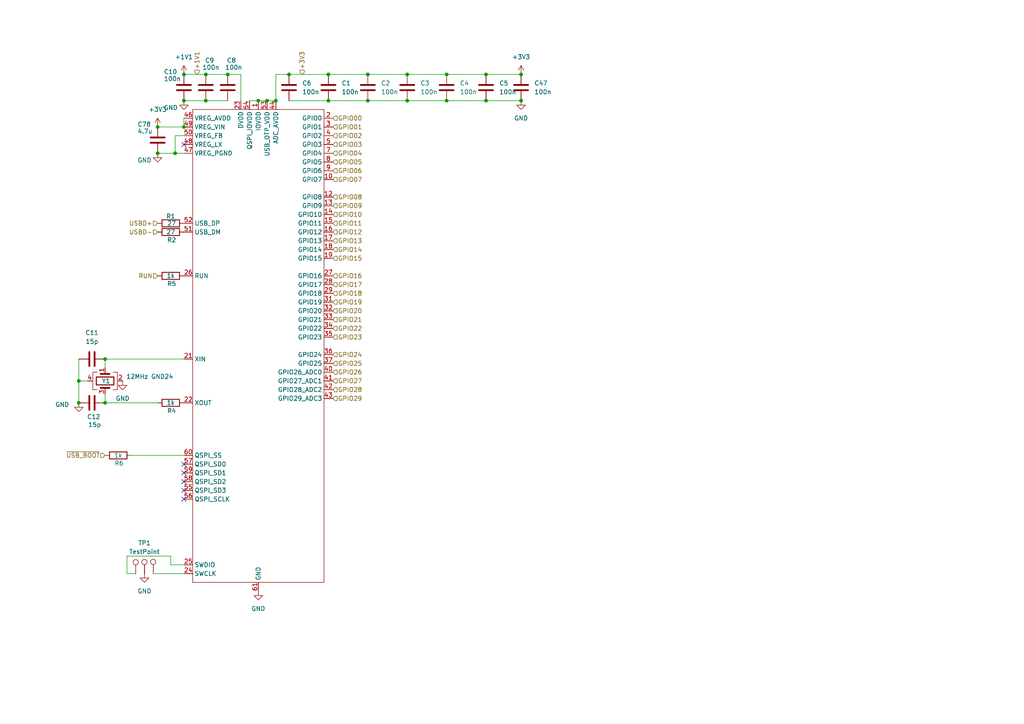
<source format=kicad_sch>
(kicad_sch
	(version 20250114)
	(generator "eeschema")
	(generator_version "9.0")
	(uuid "113f95e8-8736-4bd2-9a61-dc9df1bd9593")
	(paper "A4")
	(lib_symbols
		(symbol "Basics:RP2350A"
			(exclude_from_sim no)
			(in_bom yes)
			(on_board yes)
			(property "Reference" "U"
				(at -79.502 -29.718 0)
				(effects
					(font
						(size 1.27 1.27)
					)
					(hide yes)
				)
			)
			(property "Value" "RP2340"
				(at 0 0 0)
				(effects
					(font
						(size 1.27 1.27)
					)
					(hide yes)
				)
			)
			(property "Footprint" "Package_DFN_QFN:QFN-60-1EP_7x7mm_P0.4mm_EP3.4x3.4mm"
				(at 0 0 0)
				(effects
					(font
						(size 1.27 1.27)
					)
					(hide yes)
				)
			)
			(property "Datasheet" ""
				(at 0 0 0)
				(effects
					(font
						(size 1.27 1.27)
					)
					(hide yes)
				)
			)
			(property "Description" ""
				(at 0 0 0)
				(effects
					(font
						(size 1.27 1.27)
					)
					(hide yes)
				)
			)
			(property "LCSC" "C39843328"
				(at 0 0 0)
				(effects
					(font
						(size 1.27 1.27)
					)
					(hide yes)
				)
			)
			(symbol "RP2350A_0_0"
				(pin unspecified line
					(at -21.59 66.04 0)
					(length 2.54)
					(name "VREG_AVDD"
						(effects
							(font
								(size 1.27 1.27)
							)
						)
					)
					(number "46"
						(effects
							(font
								(size 1.27 1.27)
							)
						)
					)
				)
				(pin unspecified line
					(at -21.59 63.5 0)
					(length 2.54)
					(name "VREG_VIN"
						(effects
							(font
								(size 1.27 1.27)
							)
						)
					)
					(number "49"
						(effects
							(font
								(size 1.27 1.27)
							)
						)
					)
				)
				(pin unspecified line
					(at -21.59 60.96 0)
					(length 2.54)
					(name "VREG_FB"
						(effects
							(font
								(size 1.27 1.27)
							)
						)
					)
					(number "50"
						(effects
							(font
								(size 1.27 1.27)
							)
						)
					)
				)
				(pin unspecified line
					(at -21.59 58.42 0)
					(length 2.54)
					(name "VREG_LX"
						(effects
							(font
								(size 1.27 1.27)
							)
						)
					)
					(number "48"
						(effects
							(font
								(size 1.27 1.27)
							)
						)
					)
				)
				(pin unspecified line
					(at -21.59 55.88 0)
					(length 2.54)
					(name "VREG_PGND"
						(effects
							(font
								(size 1.27 1.27)
							)
						)
					)
					(number "47"
						(effects
							(font
								(size 1.27 1.27)
							)
						)
					)
				)
				(pin unspecified line
					(at -21.59 35.56 0)
					(length 2.54)
					(name "USB_DP"
						(effects
							(font
								(size 1.27 1.27)
							)
						)
					)
					(number "52"
						(effects
							(font
								(size 1.27 1.27)
							)
						)
					)
				)
				(pin unspecified line
					(at -21.59 33.02 0)
					(length 2.54)
					(name "USB_DM"
						(effects
							(font
								(size 1.27 1.27)
							)
						)
					)
					(number "51"
						(effects
							(font
								(size 1.27 1.27)
							)
						)
					)
				)
				(pin unspecified line
					(at -21.59 20.32 0)
					(length 2.54)
					(name "RUN"
						(effects
							(font
								(size 1.27 1.27)
							)
						)
					)
					(number "26"
						(effects
							(font
								(size 1.27 1.27)
							)
						)
					)
				)
				(pin unspecified line
					(at -21.59 -3.81 0)
					(length 2.54)
					(name "XIN"
						(effects
							(font
								(size 1.27 1.27)
							)
						)
					)
					(number "21"
						(effects
							(font
								(size 1.27 1.27)
							)
						)
					)
				)
				(pin unspecified line
					(at -21.59 -16.51 0)
					(length 2.54)
					(name "XOUT"
						(effects
							(font
								(size 1.27 1.27)
							)
						)
					)
					(number "22"
						(effects
							(font
								(size 1.27 1.27)
							)
						)
					)
				)
				(pin unspecified line
					(at -21.59 -31.75 0)
					(length 2.54)
					(name "QSPI_SS"
						(effects
							(font
								(size 1.27 1.27)
							)
						)
					)
					(number "60"
						(effects
							(font
								(size 1.27 1.27)
							)
						)
					)
				)
				(pin unspecified line
					(at -21.59 -34.29 0)
					(length 2.54)
					(name "QSPI_SD0"
						(effects
							(font
								(size 1.27 1.27)
							)
						)
					)
					(number "57"
						(effects
							(font
								(size 1.27 1.27)
							)
						)
					)
				)
				(pin unspecified line
					(at -21.59 -36.83 0)
					(length 2.54)
					(name "QSPI_SD1"
						(effects
							(font
								(size 1.27 1.27)
							)
						)
					)
					(number "59"
						(effects
							(font
								(size 1.27 1.27)
							)
						)
					)
				)
				(pin unspecified line
					(at -21.59 -39.37 0)
					(length 2.54)
					(name "QSPI_SD2"
						(effects
							(font
								(size 1.27 1.27)
							)
						)
					)
					(number "58"
						(effects
							(font
								(size 1.27 1.27)
							)
						)
					)
				)
				(pin unspecified line
					(at -21.59 -41.91 0)
					(length 2.54)
					(name "QSPI_SD3"
						(effects
							(font
								(size 1.27 1.27)
							)
						)
					)
					(number "55"
						(effects
							(font
								(size 1.27 1.27)
							)
						)
					)
				)
				(pin unspecified line
					(at -21.59 -44.45 0)
					(length 2.54)
					(name "QSPI_SCLK"
						(effects
							(font
								(size 1.27 1.27)
							)
						)
					)
					(number "56"
						(effects
							(font
								(size 1.27 1.27)
							)
						)
					)
				)
				(pin unspecified line
					(at -21.59 -63.5 0)
					(length 2.54)
					(name "SWDIO"
						(effects
							(font
								(size 1.27 1.27)
							)
						)
					)
					(number "25"
						(effects
							(font
								(size 1.27 1.27)
							)
						)
					)
				)
				(pin unspecified line
					(at -21.59 -66.04 0)
					(length 2.54)
					(name "SWCLK"
						(effects
							(font
								(size 1.27 1.27)
							)
						)
					)
					(number "24"
						(effects
							(font
								(size 1.27 1.27)
							)
						)
					)
				)
				(pin unspecified line
					(at -5.08 71.12 270)
					(length 2.54)
					(name "DVDD"
						(effects
							(font
								(size 1.27 1.27)
							)
						)
					)
					(number "23"
						(effects
							(font
								(size 1.27 1.27)
							)
						)
					)
				)
				(pin unspecified line
					(at -2.54 71.12 270)
					(length 2.54)
					(name "QSPI_IOVDD"
						(effects
							(font
								(size 1.27 1.27)
							)
						)
					)
					(number "54"
						(effects
							(font
								(size 1.27 1.27)
							)
						)
					)
				)
				(pin unspecified line
					(at 0 71.12 270)
					(length 2.54)
					(name "IOVDD"
						(effects
							(font
								(size 1.27 1.27)
							)
						)
					)
					(number "1"
						(effects
							(font
								(size 1.27 1.27)
							)
						)
					)
				)
				(pin unspecified line
					(at 2.54 71.12 270)
					(length 2.54)
					(name "USB_OTP_VDD"
						(effects
							(font
								(size 1.27 1.27)
							)
						)
					)
					(number "53"
						(effects
							(font
								(size 1.27 1.27)
							)
						)
					)
				)
				(pin unspecified line
					(at 5.08 71.12 270)
					(length 2.54)
					(name "ADC_AVDD"
						(effects
							(font
								(size 1.27 1.27)
							)
						)
					)
					(number "44"
						(effects
							(font
								(size 1.27 1.27)
							)
						)
					)
				)
				(pin unspecified line
					(at 21.59 66.04 180)
					(length 2.54)
					(name "GPIO0"
						(effects
							(font
								(size 1.27 1.27)
							)
						)
					)
					(number "2"
						(effects
							(font
								(size 1.27 1.27)
							)
						)
					)
				)
				(pin unspecified line
					(at 21.59 63.5 180)
					(length 2.54)
					(name "GPIO1"
						(effects
							(font
								(size 1.27 1.27)
							)
						)
					)
					(number "3"
						(effects
							(font
								(size 1.27 1.27)
							)
						)
					)
				)
				(pin unspecified line
					(at 21.59 60.96 180)
					(length 2.54)
					(name "GPIO2"
						(effects
							(font
								(size 1.27 1.27)
							)
						)
					)
					(number "4"
						(effects
							(font
								(size 1.27 1.27)
							)
						)
					)
				)
				(pin unspecified line
					(at 21.59 58.42 180)
					(length 2.54)
					(name "GPIO3"
						(effects
							(font
								(size 1.27 1.27)
							)
						)
					)
					(number "5"
						(effects
							(font
								(size 1.27 1.27)
							)
						)
					)
				)
				(pin unspecified line
					(at 21.59 55.88 180)
					(length 2.54)
					(name "GPIO4"
						(effects
							(font
								(size 1.27 1.27)
							)
						)
					)
					(number "7"
						(effects
							(font
								(size 1.27 1.27)
							)
						)
					)
				)
				(pin unspecified line
					(at 21.59 53.34 180)
					(length 2.54)
					(name "GPIO5"
						(effects
							(font
								(size 1.27 1.27)
							)
						)
					)
					(number "8"
						(effects
							(font
								(size 1.27 1.27)
							)
						)
					)
				)
				(pin unspecified line
					(at 21.59 50.8 180)
					(length 2.54)
					(name "GPIO6"
						(effects
							(font
								(size 1.27 1.27)
							)
						)
					)
					(number "9"
						(effects
							(font
								(size 1.27 1.27)
							)
						)
					)
				)
				(pin unspecified line
					(at 21.59 48.26 180)
					(length 2.54)
					(name "GPIO7"
						(effects
							(font
								(size 1.27 1.27)
							)
						)
					)
					(number "10"
						(effects
							(font
								(size 1.27 1.27)
							)
						)
					)
				)
				(pin unspecified line
					(at 21.59 43.18 180)
					(length 2.54)
					(name "GPIO8"
						(effects
							(font
								(size 1.27 1.27)
							)
						)
					)
					(number "12"
						(effects
							(font
								(size 1.27 1.27)
							)
						)
					)
				)
				(pin unspecified line
					(at 21.59 40.64 180)
					(length 2.54)
					(name "GPIO9"
						(effects
							(font
								(size 1.27 1.27)
							)
						)
					)
					(number "13"
						(effects
							(font
								(size 1.27 1.27)
							)
						)
					)
				)
				(pin unspecified line
					(at 21.59 38.1 180)
					(length 2.54)
					(name "GPIO10"
						(effects
							(font
								(size 1.27 1.27)
							)
						)
					)
					(number "14"
						(effects
							(font
								(size 1.27 1.27)
							)
						)
					)
				)
				(pin unspecified line
					(at 21.59 35.56 180)
					(length 2.54)
					(name "GPIO11"
						(effects
							(font
								(size 1.27 1.27)
							)
						)
					)
					(number "15"
						(effects
							(font
								(size 1.27 1.27)
							)
						)
					)
				)
				(pin unspecified line
					(at 21.59 33.02 180)
					(length 2.54)
					(name "GPIO12"
						(effects
							(font
								(size 1.27 1.27)
							)
						)
					)
					(number "16"
						(effects
							(font
								(size 1.27 1.27)
							)
						)
					)
				)
				(pin unspecified line
					(at 21.59 30.48 180)
					(length 2.54)
					(name "GPIO13"
						(effects
							(font
								(size 1.27 1.27)
							)
						)
					)
					(number "17"
						(effects
							(font
								(size 1.27 1.27)
							)
						)
					)
				)
				(pin unspecified line
					(at 21.59 27.94 180)
					(length 2.54)
					(name "GPIO14"
						(effects
							(font
								(size 1.27 1.27)
							)
						)
					)
					(number "18"
						(effects
							(font
								(size 1.27 1.27)
							)
						)
					)
				)
				(pin unspecified line
					(at 21.59 25.4 180)
					(length 2.54)
					(name "GPIO15"
						(effects
							(font
								(size 1.27 1.27)
							)
						)
					)
					(number "19"
						(effects
							(font
								(size 1.27 1.27)
							)
						)
					)
				)
				(pin unspecified line
					(at 21.59 20.32 180)
					(length 2.54)
					(name "GPIO16"
						(effects
							(font
								(size 1.27 1.27)
							)
						)
					)
					(number "27"
						(effects
							(font
								(size 1.27 1.27)
							)
						)
					)
				)
				(pin unspecified line
					(at 21.59 17.78 180)
					(length 2.54)
					(name "GPIO17"
						(effects
							(font
								(size 1.27 1.27)
							)
						)
					)
					(number "28"
						(effects
							(font
								(size 1.27 1.27)
							)
						)
					)
				)
				(pin unspecified line
					(at 21.59 15.24 180)
					(length 2.54)
					(name "GPIO18"
						(effects
							(font
								(size 1.27 1.27)
							)
						)
					)
					(number "29"
						(effects
							(font
								(size 1.27 1.27)
							)
						)
					)
				)
				(pin unspecified line
					(at 21.59 12.7 180)
					(length 2.54)
					(name "GPIO19"
						(effects
							(font
								(size 1.27 1.27)
							)
						)
					)
					(number "31"
						(effects
							(font
								(size 1.27 1.27)
							)
						)
					)
				)
				(pin unspecified line
					(at 21.59 10.16 180)
					(length 2.54)
					(name "GPIO20"
						(effects
							(font
								(size 1.27 1.27)
							)
						)
					)
					(number "32"
						(effects
							(font
								(size 1.27 1.27)
							)
						)
					)
				)
				(pin unspecified line
					(at 21.59 7.62 180)
					(length 2.54)
					(name "GPIO21"
						(effects
							(font
								(size 1.27 1.27)
							)
						)
					)
					(number "33"
						(effects
							(font
								(size 1.27 1.27)
							)
						)
					)
				)
				(pin unspecified line
					(at 21.59 5.08 180)
					(length 2.54)
					(name "GPIO22"
						(effects
							(font
								(size 1.27 1.27)
							)
						)
					)
					(number "34"
						(effects
							(font
								(size 1.27 1.27)
							)
						)
					)
				)
				(pin unspecified line
					(at 21.59 2.54 180)
					(length 2.54)
					(name "GPIO23"
						(effects
							(font
								(size 1.27 1.27)
							)
						)
					)
					(number "35"
						(effects
							(font
								(size 1.27 1.27)
							)
						)
					)
				)
				(pin unspecified line
					(at 21.59 -2.54 180)
					(length 2.54)
					(name "GPIO24"
						(effects
							(font
								(size 1.27 1.27)
							)
						)
					)
					(number "36"
						(effects
							(font
								(size 1.27 1.27)
							)
						)
					)
				)
				(pin unspecified line
					(at 21.59 -5.08 180)
					(length 2.54)
					(name "GPIO25"
						(effects
							(font
								(size 1.27 1.27)
							)
						)
					)
					(number "37"
						(effects
							(font
								(size 1.27 1.27)
							)
						)
					)
				)
				(pin unspecified line
					(at 21.59 -7.62 180)
					(length 2.54)
					(name "GPIO26_ADC0"
						(effects
							(font
								(size 1.27 1.27)
							)
						)
					)
					(number "40"
						(effects
							(font
								(size 1.27 1.27)
							)
						)
					)
				)
				(pin unspecified line
					(at 21.59 -10.16 180)
					(length 2.54)
					(name "GPIO27_ADC1"
						(effects
							(font
								(size 1.27 1.27)
							)
						)
					)
					(number "41"
						(effects
							(font
								(size 1.27 1.27)
							)
						)
					)
				)
				(pin unspecified line
					(at 21.59 -12.7 180)
					(length 2.54)
					(name "GPIO28_ADC2"
						(effects
							(font
								(size 1.27 1.27)
							)
						)
					)
					(number "42"
						(effects
							(font
								(size 1.27 1.27)
							)
						)
					)
				)
				(pin unspecified line
					(at 21.59 -15.24 180)
					(length 2.54)
					(name "GPIO29_ADC3"
						(effects
							(font
								(size 1.27 1.27)
							)
						)
					)
					(number "43"
						(effects
							(font
								(size 1.27 1.27)
							)
						)
					)
				)
			)
			(symbol "RP2350A_0_1"
				(rectangle
					(start -19.05 68.58)
					(end 19.05 -68.58)
					(stroke
						(width 0)
						(type default)
					)
					(fill
						(type none)
					)
				)
			)
			(symbol "RP2350A_1_0"
				(pin unspecified line
					(at -5.08 71.12 270)
					(length 2.54)
					(hide yes)
					(name "DVDD"
						(effects
							(font
								(size 1.27 1.27)
							)
						)
					)
					(number "39"
						(effects
							(font
								(size 1.27 1.27)
							)
						)
					)
				)
				(pin unspecified line
					(at -5.08 71.12 270)
					(length 2.54)
					(hide yes)
					(name "DVDD"
						(effects
							(font
								(size 1.27 1.27)
							)
						)
					)
					(number "6"
						(effects
							(font
								(size 1.27 1.27)
							)
						)
					)
				)
				(pin unspecified line
					(at 0 71.12 270)
					(length 2.54)
					(hide yes)
					(name "IOVDD"
						(effects
							(font
								(size 1.27 1.27)
							)
						)
					)
					(number "11"
						(effects
							(font
								(size 1.27 1.27)
							)
						)
					)
				)
				(pin unspecified line
					(at 0 71.12 270)
					(length 2.54)
					(hide yes)
					(name "IOVDD"
						(effects
							(font
								(size 1.27 1.27)
							)
						)
					)
					(number "20"
						(effects
							(font
								(size 1.27 1.27)
							)
						)
					)
				)
				(pin unspecified line
					(at 0 71.12 270)
					(length 2.54)
					(hide yes)
					(name "IOVDD"
						(effects
							(font
								(size 1.27 1.27)
							)
						)
					)
					(number "30"
						(effects
							(font
								(size 1.27 1.27)
							)
						)
					)
				)
				(pin unspecified line
					(at 0 71.12 270)
					(length 2.54)
					(hide yes)
					(name "IOVDD"
						(effects
							(font
								(size 1.27 1.27)
							)
						)
					)
					(number "38"
						(effects
							(font
								(size 1.27 1.27)
							)
						)
					)
				)
				(pin unspecified line
					(at 0 71.12 270)
					(length 2.54)
					(hide yes)
					(name "IOVDD"
						(effects
							(font
								(size 1.27 1.27)
							)
						)
					)
					(number "45"
						(effects
							(font
								(size 1.27 1.27)
							)
						)
					)
				)
				(pin unspecified line
					(at 0 -71.12 90)
					(length 2.54)
					(name "GND"
						(effects
							(font
								(size 1.27 1.27)
							)
						)
					)
					(number "61"
						(effects
							(font
								(size 1.27 1.27)
							)
						)
					)
				)
			)
			(embedded_fonts no)
		)
		(symbol "Basics:TestPoint3"
			(pin_numbers
				(hide yes)
			)
			(pin_names
				(offset 0.762)
				(hide yes)
			)
			(exclude_from_sim no)
			(in_bom yes)
			(on_board yes)
			(property "Reference" "TP"
				(at 1.27 6.858 0)
				(effects
					(font
						(size 1.27 1.27)
					)
				)
			)
			(property "Value" "TestPoint"
				(at 1.27 5.08 0)
				(effects
					(font
						(size 1.27 1.27)
					)
				)
			)
			(property "Footprint" "Basics:Testpoint3"
				(at 2.54 0 0)
				(effects
					(font
						(size 1.27 1.27)
					)
					(hide yes)
				)
			)
			(property "Datasheet" "~"
				(at 2.54 0 0)
				(effects
					(font
						(size 1.27 1.27)
					)
					(hide yes)
				)
			)
			(property "Description" "test point"
				(at 0 0 0)
				(effects
					(font
						(size 1.27 1.27)
					)
					(hide yes)
				)
			)
			(property "ki_keywords" "test point tp"
				(at 0 0 0)
				(effects
					(font
						(size 1.27 1.27)
					)
					(hide yes)
				)
			)
			(property "ki_fp_filters" "Pin* Test*"
				(at 0 0 0)
				(effects
					(font
						(size 1.27 1.27)
					)
					(hide yes)
				)
			)
			(symbol "TestPoint3_0_1"
				(circle
					(center -2.54 3.302)
					(radius 0.762)
					(stroke
						(width 0)
						(type default)
					)
					(fill
						(type none)
					)
				)
				(circle
					(center -0.0104 3.3648)
					(radius 0.762)
					(stroke
						(width 0)
						(type default)
					)
					(fill
						(type none)
					)
				)
				(circle
					(center 2.4996 3.3846)
					(radius 0.762)
					(stroke
						(width 0)
						(type default)
					)
					(fill
						(type none)
					)
				)
			)
			(symbol "TestPoint3_1_1"
				(pin passive line
					(at -2.54 0 90)
					(length 2.54)
					(name "1"
						(effects
							(font
								(size 1.27 1.27)
							)
						)
					)
					(number "1"
						(effects
							(font
								(size 1.27 1.27)
							)
						)
					)
				)
				(pin passive line
					(at 0 0 90)
					(length 2.54)
					(name "2"
						(effects
							(font
								(size 1.27 1.27)
							)
						)
					)
					(number "2"
						(effects
							(font
								(size 1.27 1.27)
							)
						)
					)
				)
				(pin passive line
					(at 2.54 0 90)
					(length 2.54)
					(name "3"
						(effects
							(font
								(size 1.27 1.27)
							)
						)
					)
					(number "3"
						(effects
							(font
								(size 1.27 1.27)
							)
						)
					)
				)
			)
			(embedded_fonts no)
		)
		(symbol "Device:C"
			(pin_numbers
				(hide yes)
			)
			(pin_names
				(offset 0.254)
			)
			(exclude_from_sim no)
			(in_bom yes)
			(on_board yes)
			(property "Reference" "C"
				(at 0.635 2.54 0)
				(effects
					(font
						(size 1.27 1.27)
					)
					(justify left)
				)
			)
			(property "Value" "C"
				(at 0.635 -2.54 0)
				(effects
					(font
						(size 1.27 1.27)
					)
					(justify left)
				)
			)
			(property "Footprint" ""
				(at 0.9652 -3.81 0)
				(effects
					(font
						(size 1.27 1.27)
					)
					(hide yes)
				)
			)
			(property "Datasheet" "~"
				(at 0 0 0)
				(effects
					(font
						(size 1.27 1.27)
					)
					(hide yes)
				)
			)
			(property "Description" "Unpolarized capacitor"
				(at 0 0 0)
				(effects
					(font
						(size 1.27 1.27)
					)
					(hide yes)
				)
			)
			(property "ki_keywords" "cap capacitor"
				(at 0 0 0)
				(effects
					(font
						(size 1.27 1.27)
					)
					(hide yes)
				)
			)
			(property "ki_fp_filters" "C_*"
				(at 0 0 0)
				(effects
					(font
						(size 1.27 1.27)
					)
					(hide yes)
				)
			)
			(symbol "C_0_1"
				(polyline
					(pts
						(xy -2.032 0.762) (xy 2.032 0.762)
					)
					(stroke
						(width 0.508)
						(type default)
					)
					(fill
						(type none)
					)
				)
				(polyline
					(pts
						(xy -2.032 -0.762) (xy 2.032 -0.762)
					)
					(stroke
						(width 0.508)
						(type default)
					)
					(fill
						(type none)
					)
				)
			)
			(symbol "C_1_1"
				(pin passive line
					(at 0 3.81 270)
					(length 2.794)
					(name "~"
						(effects
							(font
								(size 1.27 1.27)
							)
						)
					)
					(number "1"
						(effects
							(font
								(size 1.27 1.27)
							)
						)
					)
				)
				(pin passive line
					(at 0 -3.81 90)
					(length 2.794)
					(name "~"
						(effects
							(font
								(size 1.27 1.27)
							)
						)
					)
					(number "2"
						(effects
							(font
								(size 1.27 1.27)
							)
						)
					)
				)
			)
			(embedded_fonts no)
		)
		(symbol "Device:Crystal_GND24"
			(pin_names
				(offset 1.016)
				(hide yes)
			)
			(exclude_from_sim no)
			(in_bom yes)
			(on_board yes)
			(property "Reference" "Y"
				(at 3.175 5.08 0)
				(effects
					(font
						(size 1.27 1.27)
					)
					(justify left)
				)
			)
			(property "Value" "Crystal_GND24"
				(at 3.175 3.175 0)
				(effects
					(font
						(size 1.27 1.27)
					)
					(justify left)
				)
			)
			(property "Footprint" ""
				(at 0 0 0)
				(effects
					(font
						(size 1.27 1.27)
					)
					(hide yes)
				)
			)
			(property "Datasheet" "~"
				(at 0 0 0)
				(effects
					(font
						(size 1.27 1.27)
					)
					(hide yes)
				)
			)
			(property "Description" "Four pin crystal, GND on pins 2 and 4"
				(at 0 0 0)
				(effects
					(font
						(size 1.27 1.27)
					)
					(hide yes)
				)
			)
			(property "ki_keywords" "quartz ceramic resonator oscillator"
				(at 0 0 0)
				(effects
					(font
						(size 1.27 1.27)
					)
					(hide yes)
				)
			)
			(property "ki_fp_filters" "Crystal*"
				(at 0 0 0)
				(effects
					(font
						(size 1.27 1.27)
					)
					(hide yes)
				)
			)
			(symbol "Crystal_GND24_0_1"
				(polyline
					(pts
						(xy -2.54 2.286) (xy -2.54 3.556) (xy 2.54 3.556) (xy 2.54 2.286)
					)
					(stroke
						(width 0)
						(type default)
					)
					(fill
						(type none)
					)
				)
				(polyline
					(pts
						(xy -2.54 0) (xy -2.032 0)
					)
					(stroke
						(width 0)
						(type default)
					)
					(fill
						(type none)
					)
				)
				(polyline
					(pts
						(xy -2.54 -2.286) (xy -2.54 -3.556) (xy 2.54 -3.556) (xy 2.54 -2.286)
					)
					(stroke
						(width 0)
						(type default)
					)
					(fill
						(type none)
					)
				)
				(polyline
					(pts
						(xy -2.032 -1.27) (xy -2.032 1.27)
					)
					(stroke
						(width 0.508)
						(type default)
					)
					(fill
						(type none)
					)
				)
				(rectangle
					(start -1.143 2.54)
					(end 1.143 -2.54)
					(stroke
						(width 0.3048)
						(type default)
					)
					(fill
						(type none)
					)
				)
				(polyline
					(pts
						(xy 0 3.556) (xy 0 3.81)
					)
					(stroke
						(width 0)
						(type default)
					)
					(fill
						(type none)
					)
				)
				(polyline
					(pts
						(xy 0 -3.81) (xy 0 -3.556)
					)
					(stroke
						(width 0)
						(type default)
					)
					(fill
						(type none)
					)
				)
				(polyline
					(pts
						(xy 2.032 0) (xy 2.54 0)
					)
					(stroke
						(width 0)
						(type default)
					)
					(fill
						(type none)
					)
				)
				(polyline
					(pts
						(xy 2.032 -1.27) (xy 2.032 1.27)
					)
					(stroke
						(width 0.508)
						(type default)
					)
					(fill
						(type none)
					)
				)
			)
			(symbol "Crystal_GND24_1_1"
				(pin passive line
					(at -3.81 0 0)
					(length 1.27)
					(name "1"
						(effects
							(font
								(size 1.27 1.27)
							)
						)
					)
					(number "1"
						(effects
							(font
								(size 1.27 1.27)
							)
						)
					)
				)
				(pin passive line
					(at 0 5.08 270)
					(length 1.27)
					(name "2"
						(effects
							(font
								(size 1.27 1.27)
							)
						)
					)
					(number "2"
						(effects
							(font
								(size 1.27 1.27)
							)
						)
					)
				)
				(pin passive line
					(at 0 -5.08 90)
					(length 1.27)
					(name "4"
						(effects
							(font
								(size 1.27 1.27)
							)
						)
					)
					(number "4"
						(effects
							(font
								(size 1.27 1.27)
							)
						)
					)
				)
				(pin passive line
					(at 3.81 0 180)
					(length 1.27)
					(name "3"
						(effects
							(font
								(size 1.27 1.27)
							)
						)
					)
					(number "3"
						(effects
							(font
								(size 1.27 1.27)
							)
						)
					)
				)
			)
			(embedded_fonts no)
		)
		(symbol "Device:R"
			(pin_numbers
				(hide yes)
			)
			(pin_names
				(offset 0)
			)
			(exclude_from_sim no)
			(in_bom yes)
			(on_board yes)
			(property "Reference" "R"
				(at 2.032 0 90)
				(effects
					(font
						(size 1.27 1.27)
					)
				)
			)
			(property "Value" "R"
				(at 0 0 90)
				(effects
					(font
						(size 1.27 1.27)
					)
				)
			)
			(property "Footprint" ""
				(at -1.778 0 90)
				(effects
					(font
						(size 1.27 1.27)
					)
					(hide yes)
				)
			)
			(property "Datasheet" "~"
				(at 0 0 0)
				(effects
					(font
						(size 1.27 1.27)
					)
					(hide yes)
				)
			)
			(property "Description" "Resistor"
				(at 0 0 0)
				(effects
					(font
						(size 1.27 1.27)
					)
					(hide yes)
				)
			)
			(property "ki_keywords" "R res resistor"
				(at 0 0 0)
				(effects
					(font
						(size 1.27 1.27)
					)
					(hide yes)
				)
			)
			(property "ki_fp_filters" "R_*"
				(at 0 0 0)
				(effects
					(font
						(size 1.27 1.27)
					)
					(hide yes)
				)
			)
			(symbol "R_0_1"
				(rectangle
					(start -1.016 -2.54)
					(end 1.016 2.54)
					(stroke
						(width 0.254)
						(type default)
					)
					(fill
						(type none)
					)
				)
			)
			(symbol "R_1_1"
				(pin passive line
					(at 0 3.81 270)
					(length 1.27)
					(name "~"
						(effects
							(font
								(size 1.27 1.27)
							)
						)
					)
					(number "1"
						(effects
							(font
								(size 1.27 1.27)
							)
						)
					)
				)
				(pin passive line
					(at 0 -3.81 90)
					(length 1.27)
					(name "~"
						(effects
							(font
								(size 1.27 1.27)
							)
						)
					)
					(number "2"
						(effects
							(font
								(size 1.27 1.27)
							)
						)
					)
				)
			)
			(embedded_fonts no)
		)
		(symbol "power:+1V1"
			(power)
			(pin_numbers
				(hide yes)
			)
			(pin_names
				(offset 0)
				(hide yes)
			)
			(exclude_from_sim no)
			(in_bom yes)
			(on_board yes)
			(property "Reference" "#PWR"
				(at 0 -3.81 0)
				(effects
					(font
						(size 1.27 1.27)
					)
					(hide yes)
				)
			)
			(property "Value" "+1V1"
				(at 0 3.556 0)
				(effects
					(font
						(size 1.27 1.27)
					)
				)
			)
			(property "Footprint" ""
				(at 0 0 0)
				(effects
					(font
						(size 1.27 1.27)
					)
					(hide yes)
				)
			)
			(property "Datasheet" ""
				(at 0 0 0)
				(effects
					(font
						(size 1.27 1.27)
					)
					(hide yes)
				)
			)
			(property "Description" "Power symbol creates a global label with name \"+1V1\""
				(at 0 0 0)
				(effects
					(font
						(size 1.27 1.27)
					)
					(hide yes)
				)
			)
			(property "ki_keywords" "global power"
				(at 0 0 0)
				(effects
					(font
						(size 1.27 1.27)
					)
					(hide yes)
				)
			)
			(symbol "+1V1_0_1"
				(polyline
					(pts
						(xy -0.762 1.27) (xy 0 2.54)
					)
					(stroke
						(width 0)
						(type default)
					)
					(fill
						(type none)
					)
				)
				(polyline
					(pts
						(xy 0 2.54) (xy 0.762 1.27)
					)
					(stroke
						(width 0)
						(type default)
					)
					(fill
						(type none)
					)
				)
				(polyline
					(pts
						(xy 0 0) (xy 0 2.54)
					)
					(stroke
						(width 0)
						(type default)
					)
					(fill
						(type none)
					)
				)
			)
			(symbol "+1V1_1_1"
				(pin power_in line
					(at 0 0 90)
					(length 0)
					(name "~"
						(effects
							(font
								(size 1.27 1.27)
							)
						)
					)
					(number "1"
						(effects
							(font
								(size 1.27 1.27)
							)
						)
					)
				)
			)
			(embedded_fonts no)
		)
		(symbol "power:+3V3"
			(power)
			(pin_numbers
				(hide yes)
			)
			(pin_names
				(offset 0)
				(hide yes)
			)
			(exclude_from_sim no)
			(in_bom yes)
			(on_board yes)
			(property "Reference" "#PWR"
				(at 0 -3.81 0)
				(effects
					(font
						(size 1.27 1.27)
					)
					(hide yes)
				)
			)
			(property "Value" "+3V3"
				(at 0 3.556 0)
				(effects
					(font
						(size 1.27 1.27)
					)
				)
			)
			(property "Footprint" ""
				(at 0 0 0)
				(effects
					(font
						(size 1.27 1.27)
					)
					(hide yes)
				)
			)
			(property "Datasheet" ""
				(at 0 0 0)
				(effects
					(font
						(size 1.27 1.27)
					)
					(hide yes)
				)
			)
			(property "Description" "Power symbol creates a global label with name \"+3V3\""
				(at 0 0 0)
				(effects
					(font
						(size 1.27 1.27)
					)
					(hide yes)
				)
			)
			(property "ki_keywords" "global power"
				(at 0 0 0)
				(effects
					(font
						(size 1.27 1.27)
					)
					(hide yes)
				)
			)
			(symbol "+3V3_0_1"
				(polyline
					(pts
						(xy -0.762 1.27) (xy 0 2.54)
					)
					(stroke
						(width 0)
						(type default)
					)
					(fill
						(type none)
					)
				)
				(polyline
					(pts
						(xy 0 2.54) (xy 0.762 1.27)
					)
					(stroke
						(width 0)
						(type default)
					)
					(fill
						(type none)
					)
				)
				(polyline
					(pts
						(xy 0 0) (xy 0 2.54)
					)
					(stroke
						(width 0)
						(type default)
					)
					(fill
						(type none)
					)
				)
			)
			(symbol "+3V3_1_1"
				(pin power_in line
					(at 0 0 90)
					(length 0)
					(name "~"
						(effects
							(font
								(size 1.27 1.27)
							)
						)
					)
					(number "1"
						(effects
							(font
								(size 1.27 1.27)
							)
						)
					)
				)
			)
			(embedded_fonts no)
		)
		(symbol "power:GND"
			(power)
			(pin_numbers
				(hide yes)
			)
			(pin_names
				(offset 0)
				(hide yes)
			)
			(exclude_from_sim no)
			(in_bom yes)
			(on_board yes)
			(property "Reference" "#PWR"
				(at 0 -6.35 0)
				(effects
					(font
						(size 1.27 1.27)
					)
					(hide yes)
				)
			)
			(property "Value" "GND"
				(at 0 -3.81 0)
				(effects
					(font
						(size 1.27 1.27)
					)
				)
			)
			(property "Footprint" ""
				(at 0 0 0)
				(effects
					(font
						(size 1.27 1.27)
					)
					(hide yes)
				)
			)
			(property "Datasheet" ""
				(at 0 0 0)
				(effects
					(font
						(size 1.27 1.27)
					)
					(hide yes)
				)
			)
			(property "Description" "Power symbol creates a global label with name \"GND\" , ground"
				(at 0 0 0)
				(effects
					(font
						(size 1.27 1.27)
					)
					(hide yes)
				)
			)
			(property "ki_keywords" "global power"
				(at 0 0 0)
				(effects
					(font
						(size 1.27 1.27)
					)
					(hide yes)
				)
			)
			(symbol "GND_0_1"
				(polyline
					(pts
						(xy 0 0) (xy 0 -1.27) (xy 1.27 -1.27) (xy 0 -2.54) (xy -1.27 -1.27) (xy 0 -1.27)
					)
					(stroke
						(width 0)
						(type default)
					)
					(fill
						(type none)
					)
				)
			)
			(symbol "GND_1_1"
				(pin power_in line
					(at 0 0 270)
					(length 0)
					(name "~"
						(effects
							(font
								(size 1.27 1.27)
							)
						)
					)
					(number "1"
						(effects
							(font
								(size 1.27 1.27)
							)
						)
					)
				)
			)
			(embedded_fonts no)
		)
	)
	(junction
		(at 151.13 21.59)
		(diameter 0)
		(color 0 0 0 0)
		(uuid "09edd7a8-3788-4c3e-ab7b-201a24e79ec8")
	)
	(junction
		(at 140.97 21.59)
		(diameter 0)
		(color 0 0 0 0)
		(uuid "15b0ddf0-8722-4022-b272-3c079fd4a53a")
	)
	(junction
		(at 95.25 21.59)
		(diameter 0)
		(color 0 0 0 0)
		(uuid "18cfb691-2029-46d6-a155-8807dc923278")
	)
	(junction
		(at 50.8 44.45)
		(diameter 0)
		(color 0 0 0 0)
		(uuid "1bc42e6b-a6be-4d43-9396-d356a4308e8b")
	)
	(junction
		(at 118.11 21.59)
		(diameter 0)
		(color 0 0 0 0)
		(uuid "1ca04d50-bd01-46ea-baad-5101611bdfc6")
	)
	(junction
		(at 77.47 29.21)
		(diameter 0)
		(color 0 0 0 0)
		(uuid "35a01c63-ab9c-444d-966d-792bb8a0dbc2")
	)
	(junction
		(at 140.97 29.21)
		(diameter 0)
		(color 0 0 0 0)
		(uuid "3c013c2f-751a-43c8-bec1-e4df6971bf2f")
	)
	(junction
		(at 118.11 29.21)
		(diameter 0)
		(color 0 0 0 0)
		(uuid "3e47fa04-783f-430e-92f3-5a5410f6be56")
	)
	(junction
		(at 74.93 29.21)
		(diameter 0)
		(color 0 0 0 0)
		(uuid "49f89835-ecac-4366-b031-b47b29d798cd")
	)
	(junction
		(at 129.54 29.21)
		(diameter 0)
		(color 0 0 0 0)
		(uuid "4cdc2d45-66c4-493c-a739-325e95ecb10e")
	)
	(junction
		(at 59.69 21.59)
		(diameter 0)
		(color 0 0 0 0)
		(uuid "4e952694-c6fa-4c82-a694-f6a05a12a0e7")
	)
	(junction
		(at 30.48 116.84)
		(diameter 0)
		(color 0 0 0 0)
		(uuid "575e5ed6-c8fa-48ed-9eb6-864831bc4a97")
	)
	(junction
		(at 22.86 110.49)
		(diameter 0)
		(color 0 0 0 0)
		(uuid "5adf1835-4472-4eba-8b07-d4447e563d0b")
	)
	(junction
		(at 53.34 36.83)
		(diameter 0)
		(color 0 0 0 0)
		(uuid "652570da-3dd0-46da-aa03-0d040eb0d69c")
	)
	(junction
		(at 45.72 44.45)
		(diameter 0)
		(color 0 0 0 0)
		(uuid "6ff459aa-aa84-44e9-9959-da742e43b099")
	)
	(junction
		(at 66.04 21.59)
		(diameter 0)
		(color 0 0 0 0)
		(uuid "7d749cc2-6c13-428d-b8e9-436cb5f29f4f")
	)
	(junction
		(at 59.69 29.21)
		(diameter 0)
		(color 0 0 0 0)
		(uuid "8568eb4a-db92-41aa-a0be-7321c2629315")
	)
	(junction
		(at 95.25 29.21)
		(diameter 0)
		(color 0 0 0 0)
		(uuid "8a52b2fb-2139-4e6e-a3d2-f92720eebc69")
	)
	(junction
		(at 106.68 21.59)
		(diameter 0)
		(color 0 0 0 0)
		(uuid "90bb14e5-9d82-4626-84b4-55797faa3632")
	)
	(junction
		(at 30.48 104.14)
		(diameter 0)
		(color 0 0 0 0)
		(uuid "9b3c71c8-9e24-4de4-8f29-ba1ab51dcb6c")
	)
	(junction
		(at 151.13 29.21)
		(diameter 0)
		(color 0 0 0 0)
		(uuid "b1210b97-01b8-48f7-bc84-1ef7f9399586")
	)
	(junction
		(at 53.34 29.21)
		(diameter 0)
		(color 0 0 0 0)
		(uuid "b1813970-f4a6-4d21-b07b-9a4e572870f7")
	)
	(junction
		(at 129.54 21.59)
		(diameter 0)
		(color 0 0 0 0)
		(uuid "b58d7f75-c4d9-4cbd-ae6e-e755002f0def")
	)
	(junction
		(at 53.34 21.59)
		(diameter 0)
		(color 0 0 0 0)
		(uuid "b6bf1c16-c933-4858-bc27-abd26c446930")
	)
	(junction
		(at 80.01 29.21)
		(diameter 0)
		(color 0 0 0 0)
		(uuid "bc4b740e-5434-471b-b9c9-8e4cba37e65f")
	)
	(junction
		(at 106.68 29.21)
		(diameter 0)
		(color 0 0 0 0)
		(uuid "bd49b8c0-b996-4493-8968-c378c532ba1f")
	)
	(junction
		(at 45.72 36.83)
		(diameter 0)
		(color 0 0 0 0)
		(uuid "d7e10ab0-37de-4aa1-b88b-98b53454391b")
	)
	(junction
		(at 22.86 116.84)
		(diameter 0)
		(color 0 0 0 0)
		(uuid "dd7d11ae-a7f2-40b4-86ea-57444c0fd6a4")
	)
	(junction
		(at 83.82 21.59)
		(diameter 0)
		(color 0 0 0 0)
		(uuid "fcd5d5f4-93dd-4cd2-a6a9-837b49ed9530")
	)
	(no_connect
		(at 53.34 41.91)
		(uuid "0005f5ae-3a16-41b9-945f-c9f94ea5c7f6")
	)
	(no_connect
		(at 53.34 134.62)
		(uuid "1910e024-8ccc-413d-9224-4fab6dad1a5b")
	)
	(no_connect
		(at 53.34 137.16)
		(uuid "24ccfed3-fd97-4431-abc0-4d9d124a3422")
	)
	(no_connect
		(at 53.34 139.7)
		(uuid "8215d978-52a9-4f70-809b-3b198a61e539")
	)
	(no_connect
		(at 53.34 144.78)
		(uuid "d0115d2c-483b-4125-ba54-4adea1a5aa39")
	)
	(no_connect
		(at 53.34 142.24)
		(uuid "fd0523c9-8536-4b1d-976c-c782b9a2e5dc")
	)
	(wire
		(pts
			(xy 22.86 110.49) (xy 25.4 110.49)
		)
		(stroke
			(width 0)
			(type default)
		)
		(uuid "033925c6-58d1-42e1-bbd1-62567599d1a9")
	)
	(wire
		(pts
			(xy 50.8 44.45) (xy 53.34 44.45)
		)
		(stroke
			(width 0)
			(type default)
		)
		(uuid "05949727-dde6-4de0-b462-88863b40ec5b")
	)
	(wire
		(pts
			(xy 77.47 29.21) (xy 80.01 29.21)
		)
		(stroke
			(width 0)
			(type default)
		)
		(uuid "09fa3c54-e40f-4286-a13f-cd24d8ade7de")
	)
	(wire
		(pts
			(xy 95.25 29.21) (xy 106.68 29.21)
		)
		(stroke
			(width 0)
			(type default)
		)
		(uuid "0f79c89a-8788-4fe7-91f8-dd6f223aa920")
	)
	(wire
		(pts
			(xy 72.39 29.21) (xy 74.93 29.21)
		)
		(stroke
			(width 0)
			(type default)
		)
		(uuid "132d4ace-b98e-4dbe-b6cf-d46e6deb5c65")
	)
	(wire
		(pts
			(xy 49.53 161.29) (xy 36.83 161.29)
		)
		(stroke
			(width 0)
			(type default)
		)
		(uuid "15c8a73f-0c03-4449-a834-f535e16223c5")
	)
	(wire
		(pts
			(xy 69.85 21.59) (xy 66.04 21.59)
		)
		(stroke
			(width 0)
			(type default)
		)
		(uuid "16a19900-b99c-423a-a047-f6670ce6ecd6")
	)
	(wire
		(pts
			(xy 53.34 29.21) (xy 59.69 29.21)
		)
		(stroke
			(width 0)
			(type default)
		)
		(uuid "1cc48434-275e-4a8e-89ed-c927859a50c3")
	)
	(wire
		(pts
			(xy 69.85 29.21) (xy 69.85 21.59)
		)
		(stroke
			(width 0)
			(type default)
		)
		(uuid "1fcbc61f-2cae-4239-b1ec-396f6c115ed6")
	)
	(wire
		(pts
			(xy 30.48 104.14) (xy 30.48 106.68)
		)
		(stroke
			(width 0)
			(type default)
		)
		(uuid "26148161-d66c-4717-8468-19478e11cc6f")
	)
	(wire
		(pts
			(xy 53.34 104.14) (xy 30.48 104.14)
		)
		(stroke
			(width 0)
			(type default)
		)
		(uuid "2e0cd6ea-5664-4995-8b8c-fe81dfbd8cc0")
	)
	(wire
		(pts
			(xy 22.86 104.14) (xy 22.86 110.49)
		)
		(stroke
			(width 0)
			(type default)
		)
		(uuid "3bf90ae0-c85a-4e17-8342-4efedd2c3566")
	)
	(wire
		(pts
			(xy 53.34 34.29) (xy 53.34 36.83)
		)
		(stroke
			(width 0)
			(type default)
		)
		(uuid "3fd07956-91a6-456c-bfbf-dbef13f18230")
	)
	(wire
		(pts
			(xy 83.82 29.21) (xy 95.25 29.21)
		)
		(stroke
			(width 0)
			(type default)
		)
		(uuid "4648bfad-fc40-4d89-9c53-885981a25f65")
	)
	(wire
		(pts
			(xy 53.34 21.59) (xy 59.69 21.59)
		)
		(stroke
			(width 0)
			(type default)
		)
		(uuid "4f77fe01-7342-4ffb-8bcb-c3dfca76eb07")
	)
	(wire
		(pts
			(xy 118.11 29.21) (xy 129.54 29.21)
		)
		(stroke
			(width 0)
			(type default)
		)
		(uuid "50da0370-e443-4386-a3bf-0a1ae185e580")
	)
	(wire
		(pts
			(xy 30.48 116.84) (xy 30.48 114.3)
		)
		(stroke
			(width 0)
			(type default)
		)
		(uuid "54ec5dc4-80fb-4f58-a402-efe0c6a30abd")
	)
	(wire
		(pts
			(xy 22.86 110.49) (xy 22.86 116.84)
		)
		(stroke
			(width 0)
			(type default)
		)
		(uuid "5613271f-c013-482a-89b5-512278a419c1")
	)
	(wire
		(pts
			(xy 59.69 21.59) (xy 66.04 21.59)
		)
		(stroke
			(width 0)
			(type default)
		)
		(uuid "5c4944a9-06fa-43e6-8eb6-174bb3e2570c")
	)
	(wire
		(pts
			(xy 129.54 21.59) (xy 140.97 21.59)
		)
		(stroke
			(width 0)
			(type default)
		)
		(uuid "6e30dc1e-3675-41f2-bd71-5147157fec7e")
	)
	(wire
		(pts
			(xy 140.97 21.59) (xy 151.13 21.59)
		)
		(stroke
			(width 0)
			(type default)
		)
		(uuid "6ee56755-e436-4048-9401-3b21fb20a379")
	)
	(wire
		(pts
			(xy 74.93 29.21) (xy 77.47 29.21)
		)
		(stroke
			(width 0)
			(type default)
		)
		(uuid "6f50db6b-81fe-454d-8e93-2431a67fdb97")
	)
	(wire
		(pts
			(xy 106.68 29.21) (xy 118.11 29.21)
		)
		(stroke
			(width 0)
			(type default)
		)
		(uuid "743748af-9fc3-4b5e-8221-6859211cc579")
	)
	(wire
		(pts
			(xy 49.53 163.83) (xy 49.53 161.29)
		)
		(stroke
			(width 0)
			(type default)
		)
		(uuid "7ba398e4-9fba-49be-9536-052b98c358cd")
	)
	(wire
		(pts
			(xy 44.45 166.37) (xy 53.34 166.37)
		)
		(stroke
			(width 0)
			(type default)
		)
		(uuid "7caaa363-c840-45cc-83af-3ce110f3c097")
	)
	(wire
		(pts
			(xy 80.01 21.59) (xy 80.01 29.21)
		)
		(stroke
			(width 0)
			(type default)
		)
		(uuid "7cab8a13-de80-4aae-9f62-24ac381b7bed")
	)
	(wire
		(pts
			(xy 49.53 163.83) (xy 53.34 163.83)
		)
		(stroke
			(width 0)
			(type default)
		)
		(uuid "8c64e2f9-36ac-4d21-b8fa-01c4fb369f11")
	)
	(wire
		(pts
			(xy 30.48 116.84) (xy 45.72 116.84)
		)
		(stroke
			(width 0)
			(type default)
		)
		(uuid "9612ab00-04b2-4e0c-b215-c52d7141e517")
	)
	(wire
		(pts
			(xy 140.97 29.21) (xy 151.13 29.21)
		)
		(stroke
			(width 0)
			(type default)
		)
		(uuid "9a260c9f-7b4c-413d-82a8-010887a56343")
	)
	(wire
		(pts
			(xy 95.25 21.59) (xy 83.82 21.59)
		)
		(stroke
			(width 0)
			(type default)
		)
		(uuid "b39011c7-52f1-4f0c-a55a-c058f99cf762")
	)
	(wire
		(pts
			(xy 59.69 29.21) (xy 66.04 29.21)
		)
		(stroke
			(width 0)
			(type default)
		)
		(uuid "b8db40b9-486e-485d-8c12-8935744da444")
	)
	(wire
		(pts
			(xy 38.1 132.08) (xy 53.34 132.08)
		)
		(stroke
			(width 0)
			(type default)
		)
		(uuid "c352a9c0-3721-4f95-9a21-f50cd1637709")
	)
	(wire
		(pts
			(xy 106.68 21.59) (xy 95.25 21.59)
		)
		(stroke
			(width 0)
			(type default)
		)
		(uuid "c8869c5a-d234-44f6-9581-e78776f0e4f3")
	)
	(wire
		(pts
			(xy 36.83 166.37) (xy 39.37 166.37)
		)
		(stroke
			(width 0)
			(type default)
		)
		(uuid "c959d489-d491-420c-a0aa-a9233920f00d")
	)
	(wire
		(pts
			(xy 45.72 36.83) (xy 53.34 36.83)
		)
		(stroke
			(width 0)
			(type default)
		)
		(uuid "cbdcd678-7c86-4bda-bab1-04663f0c08d4")
	)
	(wire
		(pts
			(xy 53.34 39.37) (xy 50.8 39.37)
		)
		(stroke
			(width 0)
			(type default)
		)
		(uuid "d663f29d-e42f-4936-8d6b-facd36f2dba5")
	)
	(wire
		(pts
			(xy 129.54 21.59) (xy 118.11 21.59)
		)
		(stroke
			(width 0)
			(type default)
		)
		(uuid "d7477fb0-8a70-4b0c-8a3c-c49ec65002d9")
	)
	(wire
		(pts
			(xy 83.82 21.59) (xy 80.01 21.59)
		)
		(stroke
			(width 0)
			(type default)
		)
		(uuid "dba7abde-f346-4e27-bfe1-1dd3c2f61d5c")
	)
	(wire
		(pts
			(xy 129.54 29.21) (xy 140.97 29.21)
		)
		(stroke
			(width 0)
			(type default)
		)
		(uuid "e26a2974-ba73-41e0-90f2-8134a7e92017")
	)
	(wire
		(pts
			(xy 118.11 21.59) (xy 106.68 21.59)
		)
		(stroke
			(width 0)
			(type default)
		)
		(uuid "e62442cc-dc8e-4bfa-91a6-3d625aaeea9f")
	)
	(wire
		(pts
			(xy 36.83 161.29) (xy 36.83 166.37)
		)
		(stroke
			(width 0)
			(type default)
		)
		(uuid "f3d06118-6865-4dc8-b959-c53e19e6c802")
	)
	(wire
		(pts
			(xy 50.8 39.37) (xy 50.8 44.45)
		)
		(stroke
			(width 0)
			(type default)
		)
		(uuid "f513042a-9fad-49e6-98c3-977e31be0657")
	)
	(wire
		(pts
			(xy 45.72 44.45) (xy 50.8 44.45)
		)
		(stroke
			(width 0)
			(type default)
		)
		(uuid "f73a5eb9-e545-4608-8c3d-ba78713c2f68")
	)
	(hierarchical_label "GPIO10"
		(shape input)
		(at 96.52 62.23 0)
		(effects
			(font
				(size 1.27 1.27)
			)
			(justify left)
		)
		(uuid "0ea4ebdc-1292-4591-b08a-f484f6d96512")
	)
	(hierarchical_label "GPIO04"
		(shape input)
		(at 96.52 44.45 0)
		(effects
			(font
				(size 1.27 1.27)
			)
			(justify left)
		)
		(uuid "0f61c30b-7a68-428b-b414-6d5dc7bfe3c8")
	)
	(hierarchical_label "GPIO05"
		(shape input)
		(at 96.52 46.99 0)
		(effects
			(font
				(size 1.27 1.27)
			)
			(justify left)
		)
		(uuid "10ba5c9c-0b57-473d-870c-10b3664724a8")
	)
	(hierarchical_label "GPIO15"
		(shape input)
		(at 96.52 74.93 0)
		(effects
			(font
				(size 1.27 1.27)
			)
			(justify left)
		)
		(uuid "152777b1-f202-4cbc-a8cd-c2da89de001b")
	)
	(hierarchical_label "GPIO00"
		(shape input)
		(at 96.52 34.29 0)
		(effects
			(font
				(size 1.27 1.27)
			)
			(justify left)
		)
		(uuid "22022fd7-3834-4236-87fc-2ca67148bcb4")
	)
	(hierarchical_label "~{USB_BOOT}"
		(shape input)
		(at 30.48 132.08 180)
		(effects
			(font
				(size 1.27 1.27)
			)
			(justify right)
		)
		(uuid "25492f36-3bd3-4ac2-b696-9806b46751ab")
	)
	(hierarchical_label "GPIO13"
		(shape input)
		(at 96.52 69.85 0)
		(effects
			(font
				(size 1.27 1.27)
			)
			(justify left)
		)
		(uuid "365efdf6-1d75-4bf1-876e-b5571ebd3de0")
	)
	(hierarchical_label "GPIO26"
		(shape input)
		(at 96.52 107.95 0)
		(effects
			(font
				(size 1.27 1.27)
			)
			(justify left)
		)
		(uuid "4118f3e2-5dd2-4a95-9f0c-70aa8c45c4e3")
	)
	(hierarchical_label "GPIO27"
		(shape input)
		(at 96.52 110.49 0)
		(effects
			(font
				(size 1.27 1.27)
			)
			(justify left)
		)
		(uuid "4126ddd2-040c-4ee0-9fcc-21ca72644888")
	)
	(hierarchical_label "GPIO07"
		(shape input)
		(at 96.52 52.07 0)
		(effects
			(font
				(size 1.27 1.27)
			)
			(justify left)
		)
		(uuid "4147fc2f-d2ea-485b-9979-0927cf7ac1eb")
	)
	(hierarchical_label "GPIO12"
		(shape input)
		(at 96.52 67.31 0)
		(effects
			(font
				(size 1.27 1.27)
			)
			(justify left)
		)
		(uuid "464b4333-7f58-4f16-818a-37a53267cc1a")
	)
	(hierarchical_label "USBD-"
		(shape input)
		(at 45.72 67.31 180)
		(effects
			(font
				(size 1.27 1.27)
			)
			(justify right)
		)
		(uuid "4f06c7e2-b886-44e2-976c-6158f7033096")
	)
	(hierarchical_label "GPIO17"
		(shape input)
		(at 96.52 82.55 0)
		(effects
			(font
				(size 1.27 1.27)
			)
			(justify left)
		)
		(uuid "57f49134-2d98-41f2-af98-3a919b294a92")
	)
	(hierarchical_label "RUN"
		(shape input)
		(at 45.72 80.01 180)
		(effects
			(font
				(size 1.27 1.27)
			)
			(justify right)
		)
		(uuid "65c99acb-6226-4248-a79c-da950541f7bb")
	)
	(hierarchical_label "GPIO16"
		(shape input)
		(at 96.52 80.01 0)
		(effects
			(font
				(size 1.27 1.27)
			)
			(justify left)
		)
		(uuid "67445d92-4d02-4f3e-b916-526f7652d2be")
	)
	(hierarchical_label "GPIO19"
		(shape input)
		(at 96.52 87.63 0)
		(effects
			(font
				(size 1.27 1.27)
			)
			(justify left)
		)
		(uuid "6785bee1-f0d5-4862-be5d-13d2bef6430e")
	)
	(hierarchical_label "GPIO23"
		(shape input)
		(at 96.52 97.79 0)
		(effects
			(font
				(size 1.27 1.27)
			)
			(justify left)
		)
		(uuid "73c3f7cf-f5c2-411f-8f64-c4bf6bef0c09")
	)
	(hierarchical_label "GPIO20"
		(shape input)
		(at 96.52 90.17 0)
		(effects
			(font
				(size 1.27 1.27)
			)
			(justify left)
		)
		(uuid "7448de8b-1c10-4fb5-a269-666fa24877af")
	)
	(hierarchical_label "GPIO25"
		(shape input)
		(at 96.52 105.41 0)
		(effects
			(font
				(size 1.27 1.27)
			)
			(justify left)
		)
		(uuid "7cacfb3a-f01a-4475-85bd-6060ca467596")
	)
	(hierarchical_label "GPIO11"
		(shape input)
		(at 96.52 64.77 0)
		(effects
			(font
				(size 1.27 1.27)
			)
			(justify left)
		)
		(uuid "82ddeb20-24b6-496f-ac14-bc091db36320")
	)
	(hierarchical_label "GPIO01"
		(shape input)
		(at 96.52 36.83 0)
		(effects
			(font
				(size 1.27 1.27)
			)
			(justify left)
		)
		(uuid "8670b2e8-23b0-48c0-878f-e185e98a9611")
	)
	(hierarchical_label "GPIO24"
		(shape input)
		(at 96.52 102.87 0)
		(effects
			(font
				(size 1.27 1.27)
			)
			(justify left)
		)
		(uuid "89dcbf94-9c4b-4828-8811-0b2e82e0b3c0")
	)
	(hierarchical_label "GPIO18"
		(shape input)
		(at 96.52 85.09 0)
		(effects
			(font
				(size 1.27 1.27)
			)
			(justify left)
		)
		(uuid "8c321d5c-4cea-46b3-bd2d-140266f35e55")
	)
	(hierarchical_label "GPIO03"
		(shape input)
		(at 96.52 41.91 0)
		(effects
			(font
				(size 1.27 1.27)
			)
			(justify left)
		)
		(uuid "8dd856be-a6f9-4e58-8f30-afe17d57c4d2")
	)
	(hierarchical_label "USBD+"
		(shape input)
		(at 45.72 64.77 180)
		(effects
			(font
				(size 1.27 1.27)
			)
			(justify right)
		)
		(uuid "91de3327-4ff6-4fde-a35e-537e949fbdc5")
	)
	(hierarchical_label "GPIO09"
		(shape input)
		(at 96.52 59.69 0)
		(effects
			(font
				(size 1.27 1.27)
			)
			(justify left)
		)
		(uuid "a094546b-3371-4cc7-8f11-c170e16f49b8")
	)
	(hierarchical_label "GPIO29"
		(shape input)
		(at 96.52 115.57 0)
		(effects
			(font
				(size 1.27 1.27)
			)
			(justify left)
		)
		(uuid "a1381c36-ad4e-4e5d-a615-46f11e901708")
	)
	(hierarchical_label "GPIO22"
		(shape input)
		(at 96.52 95.25 0)
		(effects
			(font
				(size 1.27 1.27)
			)
			(justify left)
		)
		(uuid "ab4e0ead-d63e-44dc-bf8e-60941116f3fc")
	)
	(hierarchical_label "GPIO14"
		(shape input)
		(at 96.52 72.39 0)
		(effects
			(font
				(size 1.27 1.27)
			)
			(justify left)
		)
		(uuid "c62009ba-9a2c-4629-b976-4e42bf9d0bd0")
	)
	(hierarchical_label "GPIO21"
		(shape input)
		(at 96.52 92.71 0)
		(effects
			(font
				(size 1.27 1.27)
			)
			(justify left)
		)
		(uuid "e938a197-8a9d-4dc6-baec-72aa2b940f35")
	)
	(hierarchical_label "GPIO28"
		(shape input)
		(at 96.52 113.03 0)
		(effects
			(font
				(size 1.27 1.27)
			)
			(justify left)
		)
		(uuid "f4c0ff65-d344-4b46-bed0-25f10694e9d7")
	)
	(hierarchical_label "GPIO08"
		(shape input)
		(at 96.52 57.15 0)
		(effects
			(font
				(size 1.27 1.27)
			)
			(justify left)
		)
		(uuid "f5082d04-0dfa-434a-8584-f7271c05cf6f")
	)
	(hierarchical_label "GPIO06"
		(shape input)
		(at 96.52 49.53 0)
		(effects
			(font
				(size 1.27 1.27)
			)
			(justify left)
		)
		(uuid "f6e09a71-c82e-4806-b7f9-b8ba0fc391fa")
	)
	(hierarchical_label "GPIO02"
		(shape input)
		(at 96.52 39.37 0)
		(effects
			(font
				(size 1.27 1.27)
			)
			(justify left)
		)
		(uuid "fa72d5e9-2c66-44fe-acc2-5088081a76c8")
	)
	(hierarchical_label "+1V1"
		(shape input)
		(at 57.15 21.59 90)
		(effects
			(font
				(size 1.27 1.27)
			)
			(justify left)
		)
		(uuid "fa975fc8-63e1-492f-9f5d-9c690b9b2ad7")
	)
	(hierarchical_label "+3V3"
		(shape input)
		(at 87.63 21.59 90)
		(effects
			(font
				(size 1.27 1.27)
			)
			(justify left)
		)
		(uuid "fea1ef53-98d3-4f49-9087-a7bd3319819e")
	)
	(symbol
		(lib_id "Device:R")
		(at 49.53 64.77 270)
		(unit 1)
		(exclude_from_sim no)
		(in_bom yes)
		(on_board yes)
		(dnp no)
		(uuid "03bd8ddd-ddb8-4936-b3e7-fb18d2da3b9b")
		(property "Reference" "R1"
			(at 49.53 62.738 90)
			(effects
				(font
					(size 1.27 1.27)
				)
			)
		)
		(property "Value" "27"
			(at 49.784 64.77 90)
			(effects
				(font
					(size 1.27 1.27)
				)
			)
		)
		(property "Footprint" "Basics:R_0402_1005Metric"
			(at 49.53 62.992 90)
			(effects
				(font
					(size 1.27 1.27)
				)
				(hide yes)
			)
		)
		(property "Datasheet" "~"
			(at 49.53 64.77 0)
			(effects
				(font
					(size 1.27 1.27)
				)
				(hide yes)
			)
		)
		(property "Description" "Resistor"
			(at 49.53 64.77 0)
			(effects
				(font
					(size 1.27 1.27)
				)
				(hide yes)
			)
		)
		(pin "1"
			(uuid "447f092a-4d98-429d-b776-55943d13ea27")
		)
		(pin "2"
			(uuid "63f66733-8f13-4f46-b39d-8282491170f8")
		)
		(instances
			(project "RP2354_Cluster"
				(path "/d629b5f7-8cfa-4c25-a223-1c02995cd722/499b58f4-bf9c-43da-882b-ca80d2b119f7"
					(reference "R1")
					(unit 1)
				)
				(path "/d629b5f7-8cfa-4c25-a223-1c02995cd722/51a52174-be78-4531-9a3a-c003d6fbac95"
					(reference "R13")
					(unit 1)
				)
				(path "/d629b5f7-8cfa-4c25-a223-1c02995cd722/ba2a46cb-a4c5-4d07-b5d3-a54ab7bed97b"
					(reference "R8")
					(unit 1)
				)
				(path "/d629b5f7-8cfa-4c25-a223-1c02995cd722/bf1e3c72-f682-42fa-9c36-ab831486702a"
					(reference "R18")
					(unit 1)
				)
			)
		)
	)
	(symbol
		(lib_id "power:GND")
		(at 22.86 116.84 0)
		(unit 1)
		(exclude_from_sim no)
		(in_bom yes)
		(on_board yes)
		(dnp no)
		(uuid "0c167e7c-e32b-4122-893f-7903197a8aa8")
		(property "Reference" "#PWR08"
			(at 22.86 123.19 0)
			(effects
				(font
					(size 1.27 1.27)
				)
				(hide yes)
			)
		)
		(property "Value" "GND"
			(at 18.034 117.348 0)
			(effects
				(font
					(size 1.27 1.27)
				)
			)
		)
		(property "Footprint" ""
			(at 22.86 116.84 0)
			(effects
				(font
					(size 1.27 1.27)
				)
				(hide yes)
			)
		)
		(property "Datasheet" ""
			(at 22.86 116.84 0)
			(effects
				(font
					(size 1.27 1.27)
				)
				(hide yes)
			)
		)
		(property "Description" "Power symbol creates a global label with name \"GND\" , ground"
			(at 22.86 116.84 0)
			(effects
				(font
					(size 1.27 1.27)
				)
				(hide yes)
			)
		)
		(pin "1"
			(uuid "ab6e14c9-2b01-48ba-b365-4083807c02cc")
		)
		(instances
			(project "RP2354_Cluster"
				(path "/d629b5f7-8cfa-4c25-a223-1c02995cd722/499b58f4-bf9c-43da-882b-ca80d2b119f7"
					(reference "#PWR08")
					(unit 1)
				)
				(path "/d629b5f7-8cfa-4c25-a223-1c02995cd722/51a52174-be78-4531-9a3a-c003d6fbac95"
					(reference "#PWR031")
					(unit 1)
				)
				(path "/d629b5f7-8cfa-4c25-a223-1c02995cd722/ba2a46cb-a4c5-4d07-b5d3-a54ab7bed97b"
					(reference "#PWR025")
					(unit 1)
				)
				(path "/d629b5f7-8cfa-4c25-a223-1c02995cd722/bf1e3c72-f682-42fa-9c36-ab831486702a"
					(reference "#PWR037")
					(unit 1)
				)
			)
		)
	)
	(symbol
		(lib_id "Device:R")
		(at 49.53 67.31 270)
		(unit 1)
		(exclude_from_sim no)
		(in_bom yes)
		(on_board yes)
		(dnp no)
		(uuid "1d18ec00-b720-44f7-86d9-234e300c6356")
		(property "Reference" "R2"
			(at 49.784 69.596 90)
			(effects
				(font
					(size 1.27 1.27)
				)
			)
		)
		(property "Value" "27"
			(at 49.53 67.31 90)
			(effects
				(font
					(size 1.27 1.27)
				)
			)
		)
		(property "Footprint" "Basics:R_0402_1005Metric"
			(at 49.53 65.532 90)
			(effects
				(font
					(size 1.27 1.27)
				)
				(hide yes)
			)
		)
		(property "Datasheet" "~"
			(at 49.53 67.31 0)
			(effects
				(font
					(size 1.27 1.27)
				)
				(hide yes)
			)
		)
		(property "Description" "Resistor"
			(at 49.53 67.31 0)
			(effects
				(font
					(size 1.27 1.27)
				)
				(hide yes)
			)
		)
		(pin "1"
			(uuid "9f8c7921-ef17-4672-9bc5-d2d703ad3bcd")
		)
		(pin "2"
			(uuid "96385998-95f8-4273-8b4d-b5fef97a7497")
		)
		(instances
			(project "RP2354_Cluster"
				(path "/d629b5f7-8cfa-4c25-a223-1c02995cd722/499b58f4-bf9c-43da-882b-ca80d2b119f7"
					(reference "R2")
					(unit 1)
				)
				(path "/d629b5f7-8cfa-4c25-a223-1c02995cd722/51a52174-be78-4531-9a3a-c003d6fbac95"
					(reference "R14")
					(unit 1)
				)
				(path "/d629b5f7-8cfa-4c25-a223-1c02995cd722/ba2a46cb-a4c5-4d07-b5d3-a54ab7bed97b"
					(reference "R9")
					(unit 1)
				)
				(path "/d629b5f7-8cfa-4c25-a223-1c02995cd722/bf1e3c72-f682-42fa-9c36-ab831486702a"
					(reference "R19")
					(unit 1)
				)
			)
		)
	)
	(symbol
		(lib_id "power:+1V1")
		(at 53.34 21.59 0)
		(unit 1)
		(exclude_from_sim no)
		(in_bom yes)
		(on_board yes)
		(dnp no)
		(fields_autoplaced yes)
		(uuid "32953e43-0f9a-40e3-a976-ec3c3b17c20f")
		(property "Reference" "#PWR01"
			(at 53.34 25.4 0)
			(effects
				(font
					(size 1.27 1.27)
				)
				(hide yes)
			)
		)
		(property "Value" "+1V1"
			(at 53.34 16.51 0)
			(effects
				(font
					(size 1.27 1.27)
				)
			)
		)
		(property "Footprint" ""
			(at 53.34 21.59 0)
			(effects
				(font
					(size 1.27 1.27)
				)
				(hide yes)
			)
		)
		(property "Datasheet" ""
			(at 53.34 21.59 0)
			(effects
				(font
					(size 1.27 1.27)
				)
				(hide yes)
			)
		)
		(property "Description" "Power symbol creates a global label with name \"+1V1\""
			(at 53.34 21.59 0)
			(effects
				(font
					(size 1.27 1.27)
				)
				(hide yes)
			)
		)
		(pin "1"
			(uuid "a75f74b8-0f3a-482d-85ed-e1389aed70d1")
		)
		(instances
			(project "RP2354_Cluster"
				(path "/d629b5f7-8cfa-4c25-a223-1c02995cd722/499b58f4-bf9c-43da-882b-ca80d2b119f7"
					(reference "#PWR01")
					(unit 1)
				)
				(path "/d629b5f7-8cfa-4c25-a223-1c02995cd722/51a52174-be78-4531-9a3a-c003d6fbac95"
					(reference "#PWR034")
					(unit 1)
				)
				(path "/d629b5f7-8cfa-4c25-a223-1c02995cd722/ba2a46cb-a4c5-4d07-b5d3-a54ab7bed97b"
					(reference "#PWR028")
					(unit 1)
				)
				(path "/d629b5f7-8cfa-4c25-a223-1c02995cd722/bf1e3c72-f682-42fa-9c36-ab831486702a"
					(reference "#PWR040")
					(unit 1)
				)
			)
		)
	)
	(symbol
		(lib_id "power:+3V3")
		(at 45.72 36.83 0)
		(unit 1)
		(exclude_from_sim no)
		(in_bom yes)
		(on_board yes)
		(dnp no)
		(fields_autoplaced yes)
		(uuid "33799579-7245-4dae-9fb6-73d2cf0928e5")
		(property "Reference" "#PWR076"
			(at 45.72 40.64 0)
			(effects
				(font
					(size 1.27 1.27)
				)
				(hide yes)
			)
		)
		(property "Value" "+3V3"
			(at 45.72 31.75 0)
			(effects
				(font
					(size 1.27 1.27)
				)
			)
		)
		(property "Footprint" ""
			(at 45.72 36.83 0)
			(effects
				(font
					(size 1.27 1.27)
				)
				(hide yes)
			)
		)
		(property "Datasheet" ""
			(at 45.72 36.83 0)
			(effects
				(font
					(size 1.27 1.27)
				)
				(hide yes)
			)
		)
		(property "Description" "Power symbol creates a global label with name \"+3V3\""
			(at 45.72 36.83 0)
			(effects
				(font
					(size 1.27 1.27)
				)
				(hide yes)
			)
		)
		(pin "1"
			(uuid "c7281fd5-4a72-43f2-b72a-379c55321f37")
		)
		(instances
			(project "RP2354A_Cluster"
				(path "/d629b5f7-8cfa-4c25-a223-1c02995cd722/499b58f4-bf9c-43da-882b-ca80d2b119f7"
					(reference "#PWR076")
					(unit 1)
				)
				(path "/d629b5f7-8cfa-4c25-a223-1c02995cd722/51a52174-be78-4531-9a3a-c003d6fbac95"
					(reference "#PWR078")
					(unit 1)
				)
				(path "/d629b5f7-8cfa-4c25-a223-1c02995cd722/ba2a46cb-a4c5-4d07-b5d3-a54ab7bed97b"
					(reference "#PWR077")
					(unit 1)
				)
				(path "/d629b5f7-8cfa-4c25-a223-1c02995cd722/bf1e3c72-f682-42fa-9c36-ab831486702a"
					(reference "#PWR079")
					(unit 1)
				)
			)
		)
	)
	(symbol
		(lib_id "Device:C")
		(at 66.04 25.4 0)
		(unit 1)
		(exclude_from_sim no)
		(in_bom yes)
		(on_board yes)
		(dnp no)
		(uuid "3615ac43-59b6-449e-a37b-a8adabd22eb0")
		(property "Reference" "C8"
			(at 65.786 17.526 0)
			(effects
				(font
					(size 1.27 1.27)
				)
				(justify left)
			)
		)
		(property "Value" "100n"
			(at 65.278 19.558 0)
			(effects
				(font
					(size 1.27 1.27)
				)
				(justify left)
			)
		)
		(property "Footprint" "Basics:C_0402_1005Metric"
			(at 67.0052 29.21 0)
			(effects
				(font
					(size 1.27 1.27)
				)
				(hide yes)
			)
		)
		(property "Datasheet" "~"
			(at 66.04 25.4 0)
			(effects
				(font
					(size 1.27 1.27)
				)
				(hide yes)
			)
		)
		(property "Description" "Unpolarized capacitor"
			(at 66.04 25.4 0)
			(effects
				(font
					(size 1.27 1.27)
				)
				(hide yes)
			)
		)
		(pin "1"
			(uuid "95c0cc29-860b-4fa5-84a5-419317f95c15")
		)
		(pin "2"
			(uuid "9e448761-b4a9-4d19-bdfd-ea07bad4fae0")
		)
		(instances
			(project "RP2354_Cluster"
				(path "/d629b5f7-8cfa-4c25-a223-1c02995cd722/499b58f4-bf9c-43da-882b-ca80d2b119f7"
					(reference "C8")
					(unit 1)
				)
				(path "/d629b5f7-8cfa-4c25-a223-1c02995cd722/51a52174-be78-4531-9a3a-c003d6fbac95"
					(reference "C41")
					(unit 1)
				)
				(path "/d629b5f7-8cfa-4c25-a223-1c02995cd722/ba2a46cb-a4c5-4d07-b5d3-a54ab7bed97b"
					(reference "C29")
					(unit 1)
				)
				(path "/d629b5f7-8cfa-4c25-a223-1c02995cd722/bf1e3c72-f682-42fa-9c36-ab831486702a"
					(reference "C53")
					(unit 1)
				)
			)
		)
	)
	(symbol
		(lib_id "power:GND")
		(at 41.91 166.37 0)
		(unit 1)
		(exclude_from_sim no)
		(in_bom yes)
		(on_board yes)
		(dnp no)
		(fields_autoplaced yes)
		(uuid "414ca46d-3e28-453b-9485-85b3c28a81e9")
		(property "Reference" "#PWR05"
			(at 41.91 172.72 0)
			(effects
				(font
					(size 1.27 1.27)
				)
				(hide yes)
			)
		)
		(property "Value" "GND"
			(at 41.91 171.45 0)
			(effects
				(font
					(size 1.27 1.27)
				)
			)
		)
		(property "Footprint" ""
			(at 41.91 166.37 0)
			(effects
				(font
					(size 1.27 1.27)
				)
				(hide yes)
			)
		)
		(property "Datasheet" ""
			(at 41.91 166.37 0)
			(effects
				(font
					(size 1.27 1.27)
				)
				(hide yes)
			)
		)
		(property "Description" "Power symbol creates a global label with name \"GND\" , ground"
			(at 41.91 166.37 0)
			(effects
				(font
					(size 1.27 1.27)
				)
				(hide yes)
			)
		)
		(pin "1"
			(uuid "3b0f2d69-1559-46ab-aeac-dc4df3e04fb9")
		)
		(instances
			(project "RP2354_Cluster"
				(path "/d629b5f7-8cfa-4c25-a223-1c02995cd722/499b58f4-bf9c-43da-882b-ca80d2b119f7"
					(reference "#PWR05")
					(unit 1)
				)
				(path "/d629b5f7-8cfa-4c25-a223-1c02995cd722/51a52174-be78-4531-9a3a-c003d6fbac95"
					(reference "#PWR033")
					(unit 1)
				)
				(path "/d629b5f7-8cfa-4c25-a223-1c02995cd722/ba2a46cb-a4c5-4d07-b5d3-a54ab7bed97b"
					(reference "#PWR027")
					(unit 1)
				)
				(path "/d629b5f7-8cfa-4c25-a223-1c02995cd722/bf1e3c72-f682-42fa-9c36-ab831486702a"
					(reference "#PWR039")
					(unit 1)
				)
			)
		)
	)
	(symbol
		(lib_id "Device:C")
		(at 45.72 40.64 0)
		(unit 1)
		(exclude_from_sim no)
		(in_bom yes)
		(on_board yes)
		(dnp no)
		(uuid "53ba91e5-fb47-46b4-828b-a8f773bc701c")
		(property "Reference" "C78"
			(at 39.878 36.068 0)
			(effects
				(font
					(size 1.27 1.27)
				)
				(justify left)
			)
		)
		(property "Value" "4.7u"
			(at 39.878 38.1 0)
			(effects
				(font
					(size 1.27 1.27)
				)
				(justify left)
			)
		)
		(property "Footprint" "Basics:C_0402_1005Metric"
			(at 46.6852 44.45 0)
			(effects
				(font
					(size 1.27 1.27)
				)
				(hide yes)
			)
		)
		(property "Datasheet" "~"
			(at 45.72 40.64 0)
			(effects
				(font
					(size 1.27 1.27)
				)
				(hide yes)
			)
		)
		(property "Description" "Unpolarized capacitor"
			(at 45.72 40.64 0)
			(effects
				(font
					(size 1.27 1.27)
				)
				(hide yes)
			)
		)
		(pin "1"
			(uuid "01c51296-98ce-4441-9803-0acdf8af38ec")
		)
		(pin "2"
			(uuid "c45192f6-1888-400f-9e7f-c91f2380db8c")
		)
		(instances
			(project "RP2354A_Cluster"
				(path "/d629b5f7-8cfa-4c25-a223-1c02995cd722/499b58f4-bf9c-43da-882b-ca80d2b119f7"
					(reference "C78")
					(unit 1)
				)
				(path "/d629b5f7-8cfa-4c25-a223-1c02995cd722/51a52174-be78-4531-9a3a-c003d6fbac95"
					(reference "C80")
					(unit 1)
				)
				(path "/d629b5f7-8cfa-4c25-a223-1c02995cd722/ba2a46cb-a4c5-4d07-b5d3-a54ab7bed97b"
					(reference "C79")
					(unit 1)
				)
				(path "/d629b5f7-8cfa-4c25-a223-1c02995cd722/bf1e3c72-f682-42fa-9c36-ab831486702a"
					(reference "C81")
					(unit 1)
				)
			)
		)
	)
	(symbol
		(lib_id "power:GND")
		(at 53.34 29.21 0)
		(unit 1)
		(exclude_from_sim no)
		(in_bom yes)
		(on_board yes)
		(dnp no)
		(uuid "56b8f040-1756-45c6-b490-a7a078f03940")
		(property "Reference" "#PWR063"
			(at 53.34 35.56 0)
			(effects
				(font
					(size 1.27 1.27)
				)
				(hide yes)
			)
		)
		(property "Value" "GND"
			(at 49.53 31.242 0)
			(effects
				(font
					(size 1.27 1.27)
				)
			)
		)
		(property "Footprint" ""
			(at 53.34 29.21 0)
			(effects
				(font
					(size 1.27 1.27)
				)
				(hide yes)
			)
		)
		(property "Datasheet" ""
			(at 53.34 29.21 0)
			(effects
				(font
					(size 1.27 1.27)
				)
				(hide yes)
			)
		)
		(property "Description" "Power symbol creates a global label with name \"GND\" , ground"
			(at 53.34 29.21 0)
			(effects
				(font
					(size 1.27 1.27)
				)
				(hide yes)
			)
		)
		(pin "1"
			(uuid "4e343d77-a07f-43e5-b973-3a3876f541d3")
		)
		(instances
			(project "RP2354A_Cluster"
				(path "/d629b5f7-8cfa-4c25-a223-1c02995cd722/499b58f4-bf9c-43da-882b-ca80d2b119f7"
					(reference "#PWR063")
					(unit 1)
				)
				(path "/d629b5f7-8cfa-4c25-a223-1c02995cd722/51a52174-be78-4531-9a3a-c003d6fbac95"
					(reference "#PWR065")
					(unit 1)
				)
				(path "/d629b5f7-8cfa-4c25-a223-1c02995cd722/ba2a46cb-a4c5-4d07-b5d3-a54ab7bed97b"
					(reference "#PWR064")
					(unit 1)
				)
				(path "/d629b5f7-8cfa-4c25-a223-1c02995cd722/bf1e3c72-f682-42fa-9c36-ab831486702a"
					(reference "#PWR066")
					(unit 1)
				)
			)
		)
	)
	(symbol
		(lib_id "Basics:TestPoint3")
		(at 41.91 166.37 0)
		(unit 1)
		(exclude_from_sim no)
		(in_bom yes)
		(on_board yes)
		(dnp no)
		(fields_autoplaced yes)
		(uuid "5d239abd-22cc-400b-9110-1ae01ee6b9c4")
		(property "Reference" "TP1"
			(at 41.8898 157.48 0)
			(effects
				(font
					(size 1.27 1.27)
				)
			)
		)
		(property "Value" "TestPoint"
			(at 41.8898 160.02 0)
			(effects
				(font
					(size 1.27 1.27)
				)
			)
		)
		(property "Footprint" "Basics:Testpoint3"
			(at 44.45 166.37 0)
			(effects
				(font
					(size 1.27 1.27)
				)
				(hide yes)
			)
		)
		(property "Datasheet" "~"
			(at 44.45 166.37 0)
			(effects
				(font
					(size 1.27 1.27)
				)
				(hide yes)
			)
		)
		(property "Description" "test point"
			(at 41.91 166.37 0)
			(effects
				(font
					(size 1.27 1.27)
				)
				(hide yes)
			)
		)
		(pin "2"
			(uuid "4ef28159-7788-48ee-95b0-eb8787290444")
		)
		(pin "3"
			(uuid "52c193af-46d3-4872-b418-580fcc507ed3")
		)
		(pin "1"
			(uuid "e4c7ffec-f8f9-40f4-ba22-ba0ef1fc5be0")
		)
		(instances
			(project "RP2354_Cluster"
				(path "/d629b5f7-8cfa-4c25-a223-1c02995cd722/499b58f4-bf9c-43da-882b-ca80d2b119f7"
					(reference "TP1")
					(unit 1)
				)
				(path "/d629b5f7-8cfa-4c25-a223-1c02995cd722/51a52174-be78-4531-9a3a-c003d6fbac95"
					(reference "TP3")
					(unit 1)
				)
				(path "/d629b5f7-8cfa-4c25-a223-1c02995cd722/ba2a46cb-a4c5-4d07-b5d3-a54ab7bed97b"
					(reference "TP2")
					(unit 1)
				)
				(path "/d629b5f7-8cfa-4c25-a223-1c02995cd722/bf1e3c72-f682-42fa-9c36-ab831486702a"
					(reference "TP4")
					(unit 1)
				)
			)
		)
	)
	(symbol
		(lib_id "Device:R")
		(at 49.53 116.84 270)
		(unit 1)
		(exclude_from_sim no)
		(in_bom yes)
		(on_board yes)
		(dnp no)
		(uuid "6123c2fc-9d12-4d12-b09e-1b821ce891ff")
		(property "Reference" "R4"
			(at 49.784 119.126 90)
			(effects
				(font
					(size 1.27 1.27)
				)
			)
		)
		(property "Value" "1k"
			(at 49.53 116.84 90)
			(effects
				(font
					(size 1.27 1.27)
				)
			)
		)
		(property "Footprint" "Basics:R_0402_1005Metric"
			(at 49.53 115.062 90)
			(effects
				(font
					(size 1.27 1.27)
				)
				(hide yes)
			)
		)
		(property "Datasheet" "~"
			(at 49.53 116.84 0)
			(effects
				(font
					(size 1.27 1.27)
				)
				(hide yes)
			)
		)
		(property "Description" "Resistor"
			(at 49.53 116.84 0)
			(effects
				(font
					(size 1.27 1.27)
				)
				(hide yes)
			)
		)
		(pin "1"
			(uuid "0671cd3a-d8d7-4255-8342-530c634819fc")
		)
		(pin "2"
			(uuid "c782f0d5-0270-4e84-a058-a72c7aa13983")
		)
		(instances
			(project "RP2354_Cluster"
				(path "/d629b5f7-8cfa-4c25-a223-1c02995cd722/499b58f4-bf9c-43da-882b-ca80d2b119f7"
					(reference "R4")
					(unit 1)
				)
				(path "/d629b5f7-8cfa-4c25-a223-1c02995cd722/51a52174-be78-4531-9a3a-c003d6fbac95"
					(reference "R16")
					(unit 1)
				)
				(path "/d629b5f7-8cfa-4c25-a223-1c02995cd722/ba2a46cb-a4c5-4d07-b5d3-a54ab7bed97b"
					(reference "R11")
					(unit 1)
				)
				(path "/d629b5f7-8cfa-4c25-a223-1c02995cd722/bf1e3c72-f682-42fa-9c36-ab831486702a"
					(reference "R21")
					(unit 1)
				)
			)
		)
	)
	(symbol
		(lib_id "power:GND")
		(at 151.13 29.21 0)
		(unit 1)
		(exclude_from_sim no)
		(in_bom yes)
		(on_board yes)
		(dnp no)
		(fields_autoplaced yes)
		(uuid "623e6a19-a85f-4626-8e54-3c5b1f7ee45d")
		(property "Reference" "#PWR059"
			(at 151.13 35.56 0)
			(effects
				(font
					(size 1.27 1.27)
				)
				(hide yes)
			)
		)
		(property "Value" "GND"
			(at 151.13 34.29 0)
			(effects
				(font
					(size 1.27 1.27)
				)
			)
		)
		(property "Footprint" ""
			(at 151.13 29.21 0)
			(effects
				(font
					(size 1.27 1.27)
				)
				(hide yes)
			)
		)
		(property "Datasheet" ""
			(at 151.13 29.21 0)
			(effects
				(font
					(size 1.27 1.27)
				)
				(hide yes)
			)
		)
		(property "Description" "Power symbol creates a global label with name \"GND\" , ground"
			(at 151.13 29.21 0)
			(effects
				(font
					(size 1.27 1.27)
				)
				(hide yes)
			)
		)
		(pin "1"
			(uuid "9b6f3e2b-b0d7-40cb-ae09-c4ab0577bbe8")
		)
		(instances
			(project ""
				(path "/d629b5f7-8cfa-4c25-a223-1c02995cd722/499b58f4-bf9c-43da-882b-ca80d2b119f7"
					(reference "#PWR059")
					(unit 1)
				)
				(path "/d629b5f7-8cfa-4c25-a223-1c02995cd722/51a52174-be78-4531-9a3a-c003d6fbac95"
					(reference "#PWR061")
					(unit 1)
				)
				(path "/d629b5f7-8cfa-4c25-a223-1c02995cd722/ba2a46cb-a4c5-4d07-b5d3-a54ab7bed97b"
					(reference "#PWR060")
					(unit 1)
				)
				(path "/d629b5f7-8cfa-4c25-a223-1c02995cd722/bf1e3c72-f682-42fa-9c36-ab831486702a"
					(reference "#PWR062")
					(unit 1)
				)
			)
		)
	)
	(symbol
		(lib_id "Device:C")
		(at 106.68 25.4 0)
		(unit 1)
		(exclude_from_sim no)
		(in_bom yes)
		(on_board yes)
		(dnp no)
		(fields_autoplaced yes)
		(uuid "673d1655-7f7c-42af-bcec-590667463542")
		(property "Reference" "C2"
			(at 110.49 24.1299 0)
			(effects
				(font
					(size 1.27 1.27)
				)
				(justify left)
			)
		)
		(property "Value" "100n"
			(at 110.49 26.6699 0)
			(effects
				(font
					(size 1.27 1.27)
				)
				(justify left)
			)
		)
		(property "Footprint" "Basics:C_0402_1005Metric"
			(at 107.6452 29.21 0)
			(effects
				(font
					(size 1.27 1.27)
				)
				(hide yes)
			)
		)
		(property "Datasheet" "~"
			(at 106.68 25.4 0)
			(effects
				(font
					(size 1.27 1.27)
				)
				(hide yes)
			)
		)
		(property "Description" "Unpolarized capacitor"
			(at 106.68 25.4 0)
			(effects
				(font
					(size 1.27 1.27)
				)
				(hide yes)
			)
		)
		(pin "1"
			(uuid "77c8db74-6cd8-4fe8-9f1d-ebbef816e6ea")
		)
		(pin "2"
			(uuid "d890ab5a-d0cd-4b5b-b8fa-0e34cd37a26f")
		)
		(instances
			(project "RP2354_Cluster"
				(path "/d629b5f7-8cfa-4c25-a223-1c02995cd722/499b58f4-bf9c-43da-882b-ca80d2b119f7"
					(reference "C2")
					(unit 1)
				)
				(path "/d629b5f7-8cfa-4c25-a223-1c02995cd722/51a52174-be78-4531-9a3a-c003d6fbac95"
					(reference "C44")
					(unit 1)
				)
				(path "/d629b5f7-8cfa-4c25-a223-1c02995cd722/ba2a46cb-a4c5-4d07-b5d3-a54ab7bed97b"
					(reference "C32")
					(unit 1)
				)
				(path "/d629b5f7-8cfa-4c25-a223-1c02995cd722/bf1e3c72-f682-42fa-9c36-ab831486702a"
					(reference "C56")
					(unit 1)
				)
			)
		)
	)
	(symbol
		(lib_id "Device:C")
		(at 83.82 25.4 0)
		(unit 1)
		(exclude_from_sim no)
		(in_bom yes)
		(on_board yes)
		(dnp no)
		(fields_autoplaced yes)
		(uuid "6aaf9364-c9a2-45e3-8969-0e024bb5a805")
		(property "Reference" "C6"
			(at 87.63 24.1299 0)
			(effects
				(font
					(size 1.27 1.27)
				)
				(justify left)
			)
		)
		(property "Value" "100n"
			(at 87.63 26.6699 0)
			(effects
				(font
					(size 1.27 1.27)
				)
				(justify left)
			)
		)
		(property "Footprint" "Basics:C_0402_1005Metric"
			(at 84.7852 29.21 0)
			(effects
				(font
					(size 1.27 1.27)
				)
				(hide yes)
			)
		)
		(property "Datasheet" "~"
			(at 83.82 25.4 0)
			(effects
				(font
					(size 1.27 1.27)
				)
				(hide yes)
			)
		)
		(property "Description" "Unpolarized capacitor"
			(at 83.82 25.4 0)
			(effects
				(font
					(size 1.27 1.27)
				)
				(hide yes)
			)
		)
		(pin "1"
			(uuid "0099c5e3-1a38-4171-8333-ebb5f8162be5")
		)
		(pin "2"
			(uuid "6770d255-dc97-4966-aefa-800b63ace632")
		)
		(instances
			(project "RP2354_Cluster"
				(path "/d629b5f7-8cfa-4c25-a223-1c02995cd722/499b58f4-bf9c-43da-882b-ca80d2b119f7"
					(reference "C6")
					(unit 1)
				)
				(path "/d629b5f7-8cfa-4c25-a223-1c02995cd722/51a52174-be78-4531-9a3a-c003d6fbac95"
					(reference "C42")
					(unit 1)
				)
				(path "/d629b5f7-8cfa-4c25-a223-1c02995cd722/ba2a46cb-a4c5-4d07-b5d3-a54ab7bed97b"
					(reference "C30")
					(unit 1)
				)
				(path "/d629b5f7-8cfa-4c25-a223-1c02995cd722/bf1e3c72-f682-42fa-9c36-ab831486702a"
					(reference "C54")
					(unit 1)
				)
			)
		)
	)
	(symbol
		(lib_id "Basics:RP2350A")
		(at 74.93 100.33 0)
		(unit 1)
		(exclude_from_sim no)
		(in_bom yes)
		(on_board yes)
		(dnp no)
		(fields_autoplaced yes)
		(uuid "72393126-54e4-49d7-85c4-6acc85e1ab7f")
		(property "Reference" "U17"
			(at -4.572 130.048 0)
			(effects
				(font
					(size 1.27 1.27)
				)
				(hide yes)
			)
		)
		(property "Value" "RP2340"
			(at 74.93 100.33 0)
			(effects
				(font
					(size 1.27 1.27)
				)
				(hide yes)
			)
		)
		(property "Footprint" "Package_DFN_QFN:QFN-60-1EP_7x7mm_P0.4mm_EP3.4x3.4mm"
			(at 74.93 100.33 0)
			(effects
				(font
					(size 1.27 1.27)
				)
				(hide yes)
			)
		)
		(property "Datasheet" ""
			(at 74.93 100.33 0)
			(effects
				(font
					(size 1.27 1.27)
				)
				(hide yes)
			)
		)
		(property "Description" ""
			(at 74.93 100.33 0)
			(effects
				(font
					(size 1.27 1.27)
				)
				(hide yes)
			)
		)
		(property "LCSC" "C39843328"
			(at 74.93 100.33 0)
			(effects
				(font
					(size 1.27 1.27)
				)
				(hide yes)
			)
		)
		(pin "58"
			(uuid "cf48da20-cba9-4c92-90fb-31a792f33a75")
		)
		(pin "22"
			(uuid "dfaee4bd-3a6b-4574-a7a7-8cbc5a4832d5")
		)
		(pin "50"
			(uuid "abca9a5f-3e2a-480c-8add-f0156c65a62c")
		)
		(pin "53"
			(uuid "59b9f54d-9ef4-4191-8c96-0975f6d44dae")
		)
		(pin "1"
			(uuid "52b6ee44-fb44-4685-8acb-12151a341048")
		)
		(pin "60"
			(uuid "2751498c-c4fe-483b-bdd8-3cda49b8de8c")
		)
		(pin "7"
			(uuid "c4dbc67c-a27c-4820-8942-e919ed389a4d")
		)
		(pin "9"
			(uuid "f1f7db33-619b-495d-b150-00061457f001")
		)
		(pin "12"
			(uuid "7c969bc1-8ddf-43fc-9a4d-b88606141c01")
		)
		(pin "14"
			(uuid "e760cf4a-ad7e-465c-a35e-c76382cb67d0")
		)
		(pin "16"
			(uuid "417c6730-b391-4fdd-a302-69813438ee2c")
		)
		(pin "47"
			(uuid "c71d230e-964c-4f05-a979-2c9b34b943ff")
		)
		(pin "46"
			(uuid "0595a3db-722e-4ae1-af22-2db81722e8cf")
		)
		(pin "54"
			(uuid "b2f6a4f8-4cfd-4683-9c7c-bb31acfebb30")
		)
		(pin "3"
			(uuid "318f174d-e98f-4584-b6bd-3e302cac97e7")
		)
		(pin "51"
			(uuid "3eefdef7-e28e-4774-9e05-927ca4c45929")
		)
		(pin "57"
			(uuid "baec1e27-701c-4248-9133-bbaadefbe7cd")
		)
		(pin "23"
			(uuid "54932815-5a54-44b6-937e-1b211ffe192a")
		)
		(pin "49"
			(uuid "cbb0567c-8fec-4b2d-bd52-13d8c42cc3d6")
		)
		(pin "48"
			(uuid "cfc66bf4-1f30-45ac-bec8-425e5a0e99c0")
		)
		(pin "26"
			(uuid "1ed9577b-de71-4536-ac82-43a0cd6053c0")
		)
		(pin "52"
			(uuid "4074856b-a1c2-4b35-ba95-01a059adcad8")
		)
		(pin "21"
			(uuid "2dcd55f0-11a0-45a0-89be-b8dac380a6f3")
		)
		(pin "59"
			(uuid "3145a37b-87bb-4232-a174-4ff3d44ea295")
		)
		(pin "55"
			(uuid "c358ee41-8408-4248-8aef-0a840d0adc61")
		)
		(pin "56"
			(uuid "6fcfc6ef-e607-4c40-a02f-dcd25329bf55")
		)
		(pin "25"
			(uuid "ca1881d4-f401-4cdd-9537-57e1ce035eca")
		)
		(pin "24"
			(uuid "c9908cfe-7fb1-46e6-9dee-eb57a82b5678")
		)
		(pin "44"
			(uuid "4d2b1634-beaa-4aa9-ac67-ac86b5966207")
		)
		(pin "2"
			(uuid "53222a89-20eb-421b-a027-4aa7ff3e49e9")
		)
		(pin "4"
			(uuid "03820079-4b33-426f-8faf-8581b937ce46")
		)
		(pin "5"
			(uuid "5fe33aa5-45ca-4d14-b1d5-aa51e3cc22f0")
		)
		(pin "8"
			(uuid "7d2228d0-5aaa-490f-a398-b2c7124c788a")
		)
		(pin "10"
			(uuid "83774e4b-41ee-4878-ba14-8949a04cfa64")
		)
		(pin "13"
			(uuid "4d29b28e-27da-4252-9ae8-7d5bfe9810c8")
		)
		(pin "15"
			(uuid "1d11aec8-cf2a-4afd-9f34-c4748c2eee2f")
		)
		(pin "30"
			(uuid "049d881a-ec3a-4ab8-b31a-75e279461524")
		)
		(pin "38"
			(uuid "a02b2403-adbc-41dd-ac37-30aa3d0b2b61")
		)
		(pin "32"
			(uuid "6ab37c9a-4bbe-407f-b410-1d5396c4ebdb")
		)
		(pin "35"
			(uuid "a6183cbe-5c80-4174-af43-4744f5f17152")
		)
		(pin "29"
			(uuid "5e63517b-62f3-4cb1-ad4c-3c6405cff878")
		)
		(pin "34"
			(uuid "8b0ba3f2-cc8d-4956-8b7b-4eb189f2b2c8")
		)
		(pin "6"
			(uuid "b65139a9-7a76-404d-b3cd-afb0fded0b67")
		)
		(pin "40"
			(uuid "7962011e-8a05-4b41-ad5b-649783c89421")
		)
		(pin "42"
			(uuid "7b3da916-3e39-4000-b616-716611d9554f")
		)
		(pin "36"
			(uuid "3cfdcbb9-459e-4801-b413-11d842f7ceaa")
		)
		(pin "17"
			(uuid "80b9e58f-fcd8-44a7-b458-3691c5fd7ccd")
		)
		(pin "28"
			(uuid "ca2de9d9-b696-45d0-8dd7-312bee40d628")
		)
		(pin "61"
			(uuid "01a5ca92-0fef-4b2f-bc2c-0d50a2e637d7")
		)
		(pin "43"
			(uuid "f5e05bfa-5d9c-479c-9b29-011a332fe018")
		)
		(pin "37"
			(uuid "503a56fe-4fc5-447b-8330-bbef687ad742")
		)
		(pin "31"
			(uuid "1ffe7473-a631-4ef2-b3fe-7304c72d03ad")
		)
		(pin "41"
			(uuid "40c85d89-d72e-4cb2-8780-3ec1be1c6ff3")
		)
		(pin "11"
			(uuid "95c4de43-753a-42d6-ab0e-cbfb2d206a54")
		)
		(pin "27"
			(uuid "3f840f28-2e1a-4e1a-b499-7649be1baef3")
		)
		(pin "45"
			(uuid "013c377e-fcb9-49d3-9ee0-284e873dd853")
		)
		(pin "39"
			(uuid "59e6e9bd-39de-4fb6-8266-65eeff9a790f")
		)
		(pin "18"
			(uuid "a3d79310-b585-4387-a699-2e867db65be7")
		)
		(pin "19"
			(uuid "fef9924b-ebdd-446a-84b1-23d003adad90")
		)
		(pin "33"
			(uuid "79295565-7f0c-41e2-a037-846f45f7cb25")
		)
		(pin "20"
			(uuid "d14ab74c-f8aa-4f7a-9019-11a8fb5b0336")
		)
		(instances
			(project ""
				(path "/d629b5f7-8cfa-4c25-a223-1c02995cd722/499b58f4-bf9c-43da-882b-ca80d2b119f7"
					(reference "U17")
					(unit 1)
				)
				(path "/d629b5f7-8cfa-4c25-a223-1c02995cd722/51a52174-be78-4531-9a3a-c003d6fbac95"
					(reference "U19")
					(unit 1)
				)
				(path "/d629b5f7-8cfa-4c25-a223-1c02995cd722/ba2a46cb-a4c5-4d07-b5d3-a54ab7bed97b"
					(reference "U18")
					(unit 1)
				)
				(path "/d629b5f7-8cfa-4c25-a223-1c02995cd722/bf1e3c72-f682-42fa-9c36-ab831486702a"
					(reference "U20")
					(unit 1)
				)
			)
		)
	)
	(symbol
		(lib_id "power:GND")
		(at 45.72 44.45 0)
		(unit 1)
		(exclude_from_sim no)
		(in_bom yes)
		(on_board yes)
		(dnp no)
		(uuid "7386f7f2-f23c-4fe7-ba0a-d6d9540fa51f")
		(property "Reference" "#PWR043"
			(at 45.72 50.8 0)
			(effects
				(font
					(size 1.27 1.27)
				)
				(hide yes)
			)
		)
		(property "Value" "GND"
			(at 41.91 46.482 0)
			(effects
				(font
					(size 1.27 1.27)
				)
			)
		)
		(property "Footprint" ""
			(at 45.72 44.45 0)
			(effects
				(font
					(size 1.27 1.27)
				)
				(hide yes)
			)
		)
		(property "Datasheet" ""
			(at 45.72 44.45 0)
			(effects
				(font
					(size 1.27 1.27)
				)
				(hide yes)
			)
		)
		(property "Description" "Power symbol creates a global label with name \"GND\" , ground"
			(at 45.72 44.45 0)
			(effects
				(font
					(size 1.27 1.27)
				)
				(hide yes)
			)
		)
		(pin "1"
			(uuid "90347c90-c247-4d31-847f-c96bdea0a239")
		)
		(instances
			(project "RP2354A_Cluster"
				(path "/d629b5f7-8cfa-4c25-a223-1c02995cd722/499b58f4-bf9c-43da-882b-ca80d2b119f7"
					(reference "#PWR043")
					(unit 1)
				)
				(path "/d629b5f7-8cfa-4c25-a223-1c02995cd722/51a52174-be78-4531-9a3a-c003d6fbac95"
					(reference "#PWR074")
					(unit 1)
				)
				(path "/d629b5f7-8cfa-4c25-a223-1c02995cd722/ba2a46cb-a4c5-4d07-b5d3-a54ab7bed97b"
					(reference "#PWR073")
					(unit 1)
				)
				(path "/d629b5f7-8cfa-4c25-a223-1c02995cd722/bf1e3c72-f682-42fa-9c36-ab831486702a"
					(reference "#PWR075")
					(unit 1)
				)
			)
		)
	)
	(symbol
		(lib_id "Device:C")
		(at 59.69 25.4 0)
		(unit 1)
		(exclude_from_sim no)
		(in_bom yes)
		(on_board yes)
		(dnp no)
		(uuid "742b556e-0e11-41ed-b154-1e22406ca179")
		(property "Reference" "C9"
			(at 59.436 17.526 0)
			(effects
				(font
					(size 1.27 1.27)
				)
				(justify left)
			)
		)
		(property "Value" "100n"
			(at 58.674 19.558 0)
			(effects
				(font
					(size 1.27 1.27)
				)
				(justify left)
			)
		)
		(property "Footprint" "Basics:C_0402_1005Metric"
			(at 60.6552 29.21 0)
			(effects
				(font
					(size 1.27 1.27)
				)
				(hide yes)
			)
		)
		(property "Datasheet" "~"
			(at 59.69 25.4 0)
			(effects
				(font
					(size 1.27 1.27)
				)
				(hide yes)
			)
		)
		(property "Description" "Unpolarized capacitor"
			(at 59.69 25.4 0)
			(effects
				(font
					(size 1.27 1.27)
				)
				(hide yes)
			)
		)
		(pin "1"
			(uuid "8a5fe6e1-cb95-4706-a4f5-4a3c2061fcb2")
		)
		(pin "2"
			(uuid "8ff80f4d-046e-4aa8-a4cf-3ff7652baf98")
		)
		(instances
			(project "RP2354_Cluster"
				(path "/d629b5f7-8cfa-4c25-a223-1c02995cd722/499b58f4-bf9c-43da-882b-ca80d2b119f7"
					(reference "C9")
					(unit 1)
				)
				(path "/d629b5f7-8cfa-4c25-a223-1c02995cd722/51a52174-be78-4531-9a3a-c003d6fbac95"
					(reference "C40")
					(unit 1)
				)
				(path "/d629b5f7-8cfa-4c25-a223-1c02995cd722/ba2a46cb-a4c5-4d07-b5d3-a54ab7bed97b"
					(reference "C28")
					(unit 1)
				)
				(path "/d629b5f7-8cfa-4c25-a223-1c02995cd722/bf1e3c72-f682-42fa-9c36-ab831486702a"
					(reference "C52")
					(unit 1)
				)
			)
		)
	)
	(symbol
		(lib_id "Device:R")
		(at 49.53 80.01 270)
		(unit 1)
		(exclude_from_sim no)
		(in_bom yes)
		(on_board yes)
		(dnp no)
		(uuid "814506e4-1534-4a57-85fd-0bff758cc6bd")
		(property "Reference" "R5"
			(at 49.784 82.296 90)
			(effects
				(font
					(size 1.27 1.27)
				)
			)
		)
		(property "Value" "1k"
			(at 49.53 80.01 90)
			(effects
				(font
					(size 1.27 1.27)
				)
			)
		)
		(property "Footprint" "Basics:R_0402_1005Metric"
			(at 49.53 78.232 90)
			(effects
				(font
					(size 1.27 1.27)
				)
				(hide yes)
			)
		)
		(property "Datasheet" "~"
			(at 49.53 80.01 0)
			(effects
				(font
					(size 1.27 1.27)
				)
				(hide yes)
			)
		)
		(property "Description" "Resistor"
			(at 49.53 80.01 0)
			(effects
				(font
					(size 1.27 1.27)
				)
				(hide yes)
			)
		)
		(pin "1"
			(uuid "6d608528-b325-4412-a5b0-8f50374c0eec")
		)
		(pin "2"
			(uuid "3240886b-7243-4f87-b84f-d1154c9e9ff8")
		)
		(instances
			(project "RP2354_Cluster"
				(path "/d629b5f7-8cfa-4c25-a223-1c02995cd722/499b58f4-bf9c-43da-882b-ca80d2b119f7"
					(reference "R5")
					(unit 1)
				)
				(path "/d629b5f7-8cfa-4c25-a223-1c02995cd722/51a52174-be78-4531-9a3a-c003d6fbac95"
					(reference "R15")
					(unit 1)
				)
				(path "/d629b5f7-8cfa-4c25-a223-1c02995cd722/ba2a46cb-a4c5-4d07-b5d3-a54ab7bed97b"
					(reference "R10")
					(unit 1)
				)
				(path "/d629b5f7-8cfa-4c25-a223-1c02995cd722/bf1e3c72-f682-42fa-9c36-ab831486702a"
					(reference "R20")
					(unit 1)
				)
			)
		)
	)
	(symbol
		(lib_id "Device:C")
		(at 118.11 25.4 0)
		(unit 1)
		(exclude_from_sim no)
		(in_bom yes)
		(on_board yes)
		(dnp no)
		(fields_autoplaced yes)
		(uuid "83a3b352-1da5-47c3-8a32-47b9e7fd754d")
		(property "Reference" "C3"
			(at 121.92 24.1299 0)
			(effects
				(font
					(size 1.27 1.27)
				)
				(justify left)
			)
		)
		(property "Value" "100n"
			(at 121.92 26.6699 0)
			(effects
				(font
					(size 1.27 1.27)
				)
				(justify left)
			)
		)
		(property "Footprint" "Basics:C_0402_1005Metric"
			(at 119.0752 29.21 0)
			(effects
				(font
					(size 1.27 1.27)
				)
				(hide yes)
			)
		)
		(property "Datasheet" "~"
			(at 118.11 25.4 0)
			(effects
				(font
					(size 1.27 1.27)
				)
				(hide yes)
			)
		)
		(property "Description" "Unpolarized capacitor"
			(at 118.11 25.4 0)
			(effects
				(font
					(size 1.27 1.27)
				)
				(hide yes)
			)
		)
		(pin "1"
			(uuid "7c1cd18a-cde5-4ee1-8f44-a17b1f13f059")
		)
		(pin "2"
			(uuid "8c8c37d6-6d98-4d46-85ee-1e3702adece1")
		)
		(instances
			(project "RP2354_Cluster"
				(path "/d629b5f7-8cfa-4c25-a223-1c02995cd722/499b58f4-bf9c-43da-882b-ca80d2b119f7"
					(reference "C3")
					(unit 1)
				)
				(path "/d629b5f7-8cfa-4c25-a223-1c02995cd722/51a52174-be78-4531-9a3a-c003d6fbac95"
					(reference "C45")
					(unit 1)
				)
				(path "/d629b5f7-8cfa-4c25-a223-1c02995cd722/ba2a46cb-a4c5-4d07-b5d3-a54ab7bed97b"
					(reference "C33")
					(unit 1)
				)
				(path "/d629b5f7-8cfa-4c25-a223-1c02995cd722/bf1e3c72-f682-42fa-9c36-ab831486702a"
					(reference "C57")
					(unit 1)
				)
			)
		)
	)
	(symbol
		(lib_id "Device:C")
		(at 26.67 116.84 90)
		(unit 1)
		(exclude_from_sim no)
		(in_bom yes)
		(on_board yes)
		(dnp no)
		(uuid "8615da0a-a6bc-430e-a0c8-2340cfb2e2da")
		(property "Reference" "C12"
			(at 27.178 120.904 90)
			(effects
				(font
					(size 1.27 1.27)
				)
			)
		)
		(property "Value" "15p"
			(at 27.432 123.19 90)
			(effects
				(font
					(size 1.27 1.27)
				)
			)
		)
		(property "Footprint" "Basics:C_0402_1005Metric"
			(at 30.48 115.8748 0)
			(effects
				(font
					(size 1.27 1.27)
				)
				(hide yes)
			)
		)
		(property "Datasheet" "~"
			(at 26.67 116.84 0)
			(effects
				(font
					(size 1.27 1.27)
				)
				(hide yes)
			)
		)
		(property "Description" "Unpolarized capacitor"
			(at 26.67 116.84 0)
			(effects
				(font
					(size 1.27 1.27)
				)
				(hide yes)
			)
		)
		(pin "1"
			(uuid "04c7bf8f-12bd-4859-a8a4-f20fd49fab16")
		)
		(pin "2"
			(uuid "cb7a2976-967b-480d-9d53-e0ffcbc9e889")
		)
		(instances
			(project "RP2354_Cluster"
				(path "/d629b5f7-8cfa-4c25-a223-1c02995cd722/499b58f4-bf9c-43da-882b-ca80d2b119f7"
					(reference "C12")
					(unit 1)
				)
				(path "/d629b5f7-8cfa-4c25-a223-1c02995cd722/51a52174-be78-4531-9a3a-c003d6fbac95"
					(reference "C38")
					(unit 1)
				)
				(path "/d629b5f7-8cfa-4c25-a223-1c02995cd722/ba2a46cb-a4c5-4d07-b5d3-a54ab7bed97b"
					(reference "C26")
					(unit 1)
				)
				(path "/d629b5f7-8cfa-4c25-a223-1c02995cd722/bf1e3c72-f682-42fa-9c36-ab831486702a"
					(reference "C50")
					(unit 1)
				)
			)
		)
	)
	(symbol
		(lib_id "Device:R")
		(at 34.29 132.08 270)
		(unit 1)
		(exclude_from_sim no)
		(in_bom yes)
		(on_board yes)
		(dnp no)
		(uuid "9ef90132-57dd-4649-b4d8-81107ae525ce")
		(property "Reference" "R6"
			(at 34.544 134.366 90)
			(effects
				(font
					(size 1.27 1.27)
				)
			)
		)
		(property "Value" "1k"
			(at 34.29 132.08 90)
			(effects
				(font
					(size 1.27 1.27)
				)
			)
		)
		(property "Footprint" "Basics:R_0402_1005Metric"
			(at 34.29 130.302 90)
			(effects
				(font
					(size 1.27 1.27)
				)
				(hide yes)
			)
		)
		(property "Datasheet" "~"
			(at 34.29 132.08 0)
			(effects
				(font
					(size 1.27 1.27)
				)
				(hide yes)
			)
		)
		(property "Description" "Resistor"
			(at 34.29 132.08 0)
			(effects
				(font
					(size 1.27 1.27)
				)
				(hide yes)
			)
		)
		(pin "1"
			(uuid "5d7fe7c2-dd6d-4fbb-864f-cbebd5b4e1f2")
		)
		(pin "2"
			(uuid "b366fb86-e0d2-4fb4-ae6f-f6e9155416ac")
		)
		(instances
			(project "RP2354_Cluster"
				(path "/d629b5f7-8cfa-4c25-a223-1c02995cd722/499b58f4-bf9c-43da-882b-ca80d2b119f7"
					(reference "R6")
					(unit 1)
				)
				(path "/d629b5f7-8cfa-4c25-a223-1c02995cd722/51a52174-be78-4531-9a3a-c003d6fbac95"
					(reference "R12")
					(unit 1)
				)
				(path "/d629b5f7-8cfa-4c25-a223-1c02995cd722/ba2a46cb-a4c5-4d07-b5d3-a54ab7bed97b"
					(reference "R7")
					(unit 1)
				)
				(path "/d629b5f7-8cfa-4c25-a223-1c02995cd722/bf1e3c72-f682-42fa-9c36-ab831486702a"
					(reference "R17")
					(unit 1)
				)
			)
		)
	)
	(symbol
		(lib_id "Device:C")
		(at 129.54 25.4 0)
		(unit 1)
		(exclude_from_sim no)
		(in_bom yes)
		(on_board yes)
		(dnp no)
		(fields_autoplaced yes)
		(uuid "a99bc6bd-942b-4e08-85c5-cb8c8f11eac5")
		(property "Reference" "C4"
			(at 133.35 24.1299 0)
			(effects
				(font
					(size 1.27 1.27)
				)
				(justify left)
			)
		)
		(property "Value" "100n"
			(at 133.35 26.6699 0)
			(effects
				(font
					(size 1.27 1.27)
				)
				(justify left)
			)
		)
		(property "Footprint" "Basics:C_0402_1005Metric"
			(at 130.5052 29.21 0)
			(effects
				(font
					(size 1.27 1.27)
				)
				(hide yes)
			)
		)
		(property "Datasheet" "~"
			(at 129.54 25.4 0)
			(effects
				(font
					(size 1.27 1.27)
				)
				(hide yes)
			)
		)
		(property "Description" "Unpolarized capacitor"
			(at 129.54 25.4 0)
			(effects
				(font
					(size 1.27 1.27)
				)
				(hide yes)
			)
		)
		(pin "1"
			(uuid "8e24c219-a0c5-4ad8-ad9e-1b58863919d8")
		)
		(pin "2"
			(uuid "3adf0b85-d0ba-4a90-9d9a-ffd656895b2f")
		)
		(instances
			(project "RP2354_Cluster"
				(path "/d629b5f7-8cfa-4c25-a223-1c02995cd722/499b58f4-bf9c-43da-882b-ca80d2b119f7"
					(reference "C4")
					(unit 1)
				)
				(path "/d629b5f7-8cfa-4c25-a223-1c02995cd722/51a52174-be78-4531-9a3a-c003d6fbac95"
					(reference "C46")
					(unit 1)
				)
				(path "/d629b5f7-8cfa-4c25-a223-1c02995cd722/ba2a46cb-a4c5-4d07-b5d3-a54ab7bed97b"
					(reference "C34")
					(unit 1)
				)
				(path "/d629b5f7-8cfa-4c25-a223-1c02995cd722/bf1e3c72-f682-42fa-9c36-ab831486702a"
					(reference "C58")
					(unit 1)
				)
			)
		)
	)
	(symbol
		(lib_id "power:GND")
		(at 74.93 171.45 0)
		(unit 1)
		(exclude_from_sim no)
		(in_bom yes)
		(on_board yes)
		(dnp no)
		(fields_autoplaced yes)
		(uuid "b6f4c86e-5c60-4f3c-90cf-fdec12c1cf74")
		(property "Reference" "#PWR03"
			(at 74.93 177.8 0)
			(effects
				(font
					(size 1.27 1.27)
				)
				(hide yes)
			)
		)
		(property "Value" "GND"
			(at 74.93 176.53 0)
			(effects
				(font
					(size 1.27 1.27)
				)
			)
		)
		(property "Footprint" ""
			(at 74.93 171.45 0)
			(effects
				(font
					(size 1.27 1.27)
				)
				(hide yes)
			)
		)
		(property "Datasheet" ""
			(at 74.93 171.45 0)
			(effects
				(font
					(size 1.27 1.27)
				)
				(hide yes)
			)
		)
		(property "Description" "Power symbol creates a global label with name \"GND\" , ground"
			(at 74.93 171.45 0)
			(effects
				(font
					(size 1.27 1.27)
				)
				(hide yes)
			)
		)
		(pin "1"
			(uuid "20b6fb78-994b-447b-bdc6-cf491d25ef73")
		)
		(instances
			(project "RP2354_Cluster"
				(path "/d629b5f7-8cfa-4c25-a223-1c02995cd722/499b58f4-bf9c-43da-882b-ca80d2b119f7"
					(reference "#PWR03")
					(unit 1)
				)
				(path "/d629b5f7-8cfa-4c25-a223-1c02995cd722/51a52174-be78-4531-9a3a-c003d6fbac95"
					(reference "#PWR035")
					(unit 1)
				)
				(path "/d629b5f7-8cfa-4c25-a223-1c02995cd722/ba2a46cb-a4c5-4d07-b5d3-a54ab7bed97b"
					(reference "#PWR029")
					(unit 1)
				)
				(path "/d629b5f7-8cfa-4c25-a223-1c02995cd722/bf1e3c72-f682-42fa-9c36-ab831486702a"
					(reference "#PWR041")
					(unit 1)
				)
			)
		)
	)
	(symbol
		(lib_id "Device:Crystal_GND24")
		(at 30.48 110.49 270)
		(unit 1)
		(exclude_from_sim no)
		(in_bom yes)
		(on_board yes)
		(dnp no)
		(uuid "c3519737-9e15-4b9c-a906-17c768675930")
		(property "Reference" "Y1"
			(at 30.734 110.49 90)
			(effects
				(font
					(size 1.27 1.27)
				)
			)
		)
		(property "Value" "12MHz GND24"
			(at 43.434 109.22 90)
			(effects
				(font
					(size 1.27 1.27)
				)
			)
		)
		(property "Footprint" "Crystal:Crystal_SMD_2520-4Pin_2.5x2.0mm"
			(at 30.48 110.49 0)
			(effects
				(font
					(size 1.27 1.27)
				)
				(hide yes)
			)
		)
		(property "Datasheet" "https://www.lcsc.com/datasheet/C7294610.pdf"
			(at 30.48 110.49 0)
			(effects
				(font
					(size 1.27 1.27)
				)
				(hide yes)
			)
		)
		(property "Description" "Four pin crystal, GND on pins 2 and 4"
			(at 30.48 110.49 0)
			(effects
				(font
					(size 1.27 1.27)
				)
				(hide yes)
			)
		)
		(property "LCSC" "C7294610"
			(at 30.48 110.49 90)
			(effects
				(font
					(size 1.27 1.27)
				)
				(hide yes)
			)
		)
		(pin "4"
			(uuid "517bf23e-2b8e-42b5-9bf7-7c0c1bc3edf6")
		)
		(pin "3"
			(uuid "0651480a-b193-4f6c-95c3-e058c4870d86")
		)
		(pin "1"
			(uuid "05c446b5-92d6-4fb7-8619-fea3a69380c7")
		)
		(pin "2"
			(uuid "6f31508b-b138-4b1b-a189-c5538f0a5344")
		)
		(instances
			(project "RP2354_Cluster"
				(path "/d629b5f7-8cfa-4c25-a223-1c02995cd722/499b58f4-bf9c-43da-882b-ca80d2b119f7"
					(reference "Y1")
					(unit 1)
				)
				(path "/d629b5f7-8cfa-4c25-a223-1c02995cd722/51a52174-be78-4531-9a3a-c003d6fbac95"
					(reference "Y3")
					(unit 1)
				)
				(path "/d629b5f7-8cfa-4c25-a223-1c02995cd722/ba2a46cb-a4c5-4d07-b5d3-a54ab7bed97b"
					(reference "Y2")
					(unit 1)
				)
				(path "/d629b5f7-8cfa-4c25-a223-1c02995cd722/bf1e3c72-f682-42fa-9c36-ab831486702a"
					(reference "Y4")
					(unit 1)
				)
			)
		)
	)
	(symbol
		(lib_id "Device:C")
		(at 53.34 25.4 0)
		(unit 1)
		(exclude_from_sim no)
		(in_bom yes)
		(on_board yes)
		(dnp no)
		(uuid "c5581762-2ec0-471a-a070-75968481e096")
		(property "Reference" "C10"
			(at 47.498 20.828 0)
			(effects
				(font
					(size 1.27 1.27)
				)
				(justify left)
			)
		)
		(property "Value" "100n"
			(at 47.498 22.86 0)
			(effects
				(font
					(size 1.27 1.27)
				)
				(justify left)
			)
		)
		(property "Footprint" "Basics:C_0402_1005Metric"
			(at 54.3052 29.21 0)
			(effects
				(font
					(size 1.27 1.27)
				)
				(hide yes)
			)
		)
		(property "Datasheet" "~"
			(at 53.34 25.4 0)
			(effects
				(font
					(size 1.27 1.27)
				)
				(hide yes)
			)
		)
		(property "Description" "Unpolarized capacitor"
			(at 53.34 25.4 0)
			(effects
				(font
					(size 1.27 1.27)
				)
				(hide yes)
			)
		)
		(pin "1"
			(uuid "4ab065a6-5e5a-4783-8db2-1765c601d128")
		)
		(pin "2"
			(uuid "2e4256b5-aa98-4221-9821-e5ca24f1e2dc")
		)
		(instances
			(project "RP2354_Cluster"
				(path "/d629b5f7-8cfa-4c25-a223-1c02995cd722/499b58f4-bf9c-43da-882b-ca80d2b119f7"
					(reference "C10")
					(unit 1)
				)
				(path "/d629b5f7-8cfa-4c25-a223-1c02995cd722/51a52174-be78-4531-9a3a-c003d6fbac95"
					(reference "C39")
					(unit 1)
				)
				(path "/d629b5f7-8cfa-4c25-a223-1c02995cd722/ba2a46cb-a4c5-4d07-b5d3-a54ab7bed97b"
					(reference "C27")
					(unit 1)
				)
				(path "/d629b5f7-8cfa-4c25-a223-1c02995cd722/bf1e3c72-f682-42fa-9c36-ab831486702a"
					(reference "C51")
					(unit 1)
				)
			)
		)
	)
	(symbol
		(lib_id "Device:C")
		(at 26.67 104.14 90)
		(unit 1)
		(exclude_from_sim no)
		(in_bom yes)
		(on_board yes)
		(dnp no)
		(fields_autoplaced yes)
		(uuid "ccca9027-a886-42fb-ba46-2b0da3e67801")
		(property "Reference" "C11"
			(at 26.67 96.52 90)
			(effects
				(font
					(size 1.27 1.27)
				)
			)
		)
		(property "Value" "15p"
			(at 26.67 99.06 90)
			(effects
				(font
					(size 1.27 1.27)
				)
			)
		)
		(property "Footprint" "Basics:C_0402_1005Metric"
			(at 30.48 103.1748 0)
			(effects
				(font
					(size 1.27 1.27)
				)
				(hide yes)
			)
		)
		(property "Datasheet" "~"
			(at 26.67 104.14 0)
			(effects
				(font
					(size 1.27 1.27)
				)
				(hide yes)
			)
		)
		(property "Description" "Unpolarized capacitor"
			(at 26.67 104.14 0)
			(effects
				(font
					(size 1.27 1.27)
				)
				(hide yes)
			)
		)
		(pin "1"
			(uuid "3d873435-0164-4722-aa88-56f3dc3b27bb")
		)
		(pin "2"
			(uuid "15952ee7-2bcb-4c85-bb43-5f3651b1be1b")
		)
		(instances
			(project "RP2354_Cluster"
				(path "/d629b5f7-8cfa-4c25-a223-1c02995cd722/499b58f4-bf9c-43da-882b-ca80d2b119f7"
					(reference "C11")
					(unit 1)
				)
				(path "/d629b5f7-8cfa-4c25-a223-1c02995cd722/51a52174-be78-4531-9a3a-c003d6fbac95"
					(reference "C37")
					(unit 1)
				)
				(path "/d629b5f7-8cfa-4c25-a223-1c02995cd722/ba2a46cb-a4c5-4d07-b5d3-a54ab7bed97b"
					(reference "C25")
					(unit 1)
				)
				(path "/d629b5f7-8cfa-4c25-a223-1c02995cd722/bf1e3c72-f682-42fa-9c36-ab831486702a"
					(reference "C49")
					(unit 1)
				)
			)
		)
	)
	(symbol
		(lib_id "Device:C")
		(at 95.25 25.4 0)
		(unit 1)
		(exclude_from_sim no)
		(in_bom yes)
		(on_board yes)
		(dnp no)
		(fields_autoplaced yes)
		(uuid "cf0ef7e5-12b9-4b9d-87df-06be2dd23b7b")
		(property "Reference" "C1"
			(at 99.06 24.1299 0)
			(effects
				(font
					(size 1.27 1.27)
				)
				(justify left)
			)
		)
		(property "Value" "100n"
			(at 99.06 26.6699 0)
			(effects
				(font
					(size 1.27 1.27)
				)
				(justify left)
			)
		)
		(property "Footprint" "Basics:C_0402_1005Metric"
			(at 96.2152 29.21 0)
			(effects
				(font
					(size 1.27 1.27)
				)
				(hide yes)
			)
		)
		(property "Datasheet" "~"
			(at 95.25 25.4 0)
			(effects
				(font
					(size 1.27 1.27)
				)
				(hide yes)
			)
		)
		(property "Description" "Unpolarized capacitor"
			(at 95.25 25.4 0)
			(effects
				(font
					(size 1.27 1.27)
				)
				(hide yes)
			)
		)
		(pin "1"
			(uuid "291d90e3-75a8-4445-89f6-11644e211c29")
		)
		(pin "2"
			(uuid "02936262-3afa-43bf-b4e0-01fa062733ce")
		)
		(instances
			(project "RP2354_Cluster"
				(path "/d629b5f7-8cfa-4c25-a223-1c02995cd722/499b58f4-bf9c-43da-882b-ca80d2b119f7"
					(reference "C1")
					(unit 1)
				)
				(path "/d629b5f7-8cfa-4c25-a223-1c02995cd722/51a52174-be78-4531-9a3a-c003d6fbac95"
					(reference "C43")
					(unit 1)
				)
				(path "/d629b5f7-8cfa-4c25-a223-1c02995cd722/ba2a46cb-a4c5-4d07-b5d3-a54ab7bed97b"
					(reference "C31")
					(unit 1)
				)
				(path "/d629b5f7-8cfa-4c25-a223-1c02995cd722/bf1e3c72-f682-42fa-9c36-ab831486702a"
					(reference "C55")
					(unit 1)
				)
			)
		)
	)
	(symbol
		(lib_id "power:GND")
		(at 35.56 110.49 0)
		(unit 1)
		(exclude_from_sim no)
		(in_bom yes)
		(on_board yes)
		(dnp no)
		(fields_autoplaced yes)
		(uuid "d2264e82-238a-44b2-a44a-fb92aacfb53d")
		(property "Reference" "#PWR06"
			(at 35.56 116.84 0)
			(effects
				(font
					(size 1.27 1.27)
				)
				(hide yes)
			)
		)
		(property "Value" "GND"
			(at 35.56 115.57 0)
			(effects
				(font
					(size 1.27 1.27)
				)
			)
		)
		(property "Footprint" ""
			(at 35.56 110.49 0)
			(effects
				(font
					(size 1.27 1.27)
				)
				(hide yes)
			)
		)
		(property "Datasheet" ""
			(at 35.56 110.49 0)
			(effects
				(font
					(size 1.27 1.27)
				)
				(hide yes)
			)
		)
		(property "Description" "Power symbol creates a global label with name \"GND\" , ground"
			(at 35.56 110.49 0)
			(effects
				(font
					(size 1.27 1.27)
				)
				(hide yes)
			)
		)
		(pin "1"
			(uuid "c8723f48-8f16-4d81-8dbc-eb44ded4f8df")
		)
		(instances
			(project "RP2354_Cluster"
				(path "/d629b5f7-8cfa-4c25-a223-1c02995cd722/499b58f4-bf9c-43da-882b-ca80d2b119f7"
					(reference "#PWR06")
					(unit 1)
				)
				(path "/d629b5f7-8cfa-4c25-a223-1c02995cd722/51a52174-be78-4531-9a3a-c003d6fbac95"
					(reference "#PWR032")
					(unit 1)
				)
				(path "/d629b5f7-8cfa-4c25-a223-1c02995cd722/ba2a46cb-a4c5-4d07-b5d3-a54ab7bed97b"
					(reference "#PWR026")
					(unit 1)
				)
				(path "/d629b5f7-8cfa-4c25-a223-1c02995cd722/bf1e3c72-f682-42fa-9c36-ab831486702a"
					(reference "#PWR038")
					(unit 1)
				)
			)
		)
	)
	(symbol
		(lib_id "power:+3V3")
		(at 151.13 21.59 0)
		(unit 1)
		(exclude_from_sim no)
		(in_bom yes)
		(on_board yes)
		(dnp no)
		(fields_autoplaced yes)
		(uuid "e05ac715-e835-403d-af67-4649c9b5991d")
		(property "Reference" "#PWR02"
			(at 151.13 25.4 0)
			(effects
				(font
					(size 1.27 1.27)
				)
				(hide yes)
			)
		)
		(property "Value" "+3V3"
			(at 151.13 16.51 0)
			(effects
				(font
					(size 1.27 1.27)
				)
			)
		)
		(property "Footprint" ""
			(at 151.13 21.59 0)
			(effects
				(font
					(size 1.27 1.27)
				)
				(hide yes)
			)
		)
		(property "Datasheet" ""
			(at 151.13 21.59 0)
			(effects
				(font
					(size 1.27 1.27)
				)
				(hide yes)
			)
		)
		(property "Description" "Power symbol creates a global label with name \"+3V3\""
			(at 151.13 21.59 0)
			(effects
				(font
					(size 1.27 1.27)
				)
				(hide yes)
			)
		)
		(pin "1"
			(uuid "ad3b0333-4bda-4b5b-9702-92540767b2fd")
		)
		(instances
			(project "RP2354_Cluster"
				(path "/d629b5f7-8cfa-4c25-a223-1c02995cd722/499b58f4-bf9c-43da-882b-ca80d2b119f7"
					(reference "#PWR02")
					(unit 1)
				)
				(path "/d629b5f7-8cfa-4c25-a223-1c02995cd722/51a52174-be78-4531-9a3a-c003d6fbac95"
					(reference "#PWR036")
					(unit 1)
				)
				(path "/d629b5f7-8cfa-4c25-a223-1c02995cd722/ba2a46cb-a4c5-4d07-b5d3-a54ab7bed97b"
					(reference "#PWR030")
					(unit 1)
				)
				(path "/d629b5f7-8cfa-4c25-a223-1c02995cd722/bf1e3c72-f682-42fa-9c36-ab831486702a"
					(reference "#PWR042")
					(unit 1)
				)
			)
		)
	)
	(symbol
		(lib_id "Device:C")
		(at 140.97 25.4 0)
		(unit 1)
		(exclude_from_sim no)
		(in_bom yes)
		(on_board yes)
		(dnp no)
		(fields_autoplaced yes)
		(uuid "e6b4dfc3-7109-47f7-ad67-6cef3e9cbd5e")
		(property "Reference" "C5"
			(at 144.78 24.1299 0)
			(effects
				(font
					(size 1.27 1.27)
				)
				(justify left)
			)
		)
		(property "Value" "100n"
			(at 144.78 26.6699 0)
			(effects
				(font
					(size 1.27 1.27)
				)
				(justify left)
			)
		)
		(property "Footprint" "Basics:C_0402_1005Metric"
			(at 141.9352 29.21 0)
			(effects
				(font
					(size 1.27 1.27)
				)
				(hide yes)
			)
		)
		(property "Datasheet" "~"
			(at 140.97 25.4 0)
			(effects
				(font
					(size 1.27 1.27)
				)
				(hide yes)
			)
		)
		(property "Description" "Unpolarized capacitor"
			(at 140.97 25.4 0)
			(effects
				(font
					(size 1.27 1.27)
				)
				(hide yes)
			)
		)
		(pin "1"
			(uuid "047fda0f-c749-44ef-a906-e7861beeae15")
		)
		(pin "2"
			(uuid "fb081c46-ab04-4643-a32b-12e156916672")
		)
		(instances
			(project "RP2354A_Cluster"
				(path "/d629b5f7-8cfa-4c25-a223-1c02995cd722/499b58f4-bf9c-43da-882b-ca80d2b119f7"
					(reference "C5")
					(unit 1)
				)
				(path "/d629b5f7-8cfa-4c25-a223-1c02995cd722/51a52174-be78-4531-9a3a-c003d6fbac95"
					(reference "C35")
					(unit 1)
				)
				(path "/d629b5f7-8cfa-4c25-a223-1c02995cd722/ba2a46cb-a4c5-4d07-b5d3-a54ab7bed97b"
					(reference "C7")
					(unit 1)
				)
				(path "/d629b5f7-8cfa-4c25-a223-1c02995cd722/bf1e3c72-f682-42fa-9c36-ab831486702a"
					(reference "C36")
					(unit 1)
				)
			)
		)
	)
	(symbol
		(lib_id "Device:C")
		(at 151.13 25.4 0)
		(unit 1)
		(exclude_from_sim no)
		(in_bom yes)
		(on_board yes)
		(dnp no)
		(fields_autoplaced yes)
		(uuid "ed1c525f-6f3f-4e05-a956-36690cc23c2e")
		(property "Reference" "C47"
			(at 154.94 24.1299 0)
			(effects
				(font
					(size 1.27 1.27)
				)
				(justify left)
			)
		)
		(property "Value" "100n"
			(at 154.94 26.6699 0)
			(effects
				(font
					(size 1.27 1.27)
				)
				(justify left)
			)
		)
		(property "Footprint" "Basics:C_0402_1005Metric"
			(at 152.0952 29.21 0)
			(effects
				(font
					(size 1.27 1.27)
				)
				(hide yes)
			)
		)
		(property "Datasheet" "~"
			(at 151.13 25.4 0)
			(effects
				(font
					(size 1.27 1.27)
				)
				(hide yes)
			)
		)
		(property "Description" "Unpolarized capacitor"
			(at 151.13 25.4 0)
			(effects
				(font
					(size 1.27 1.27)
				)
				(hide yes)
			)
		)
		(pin "1"
			(uuid "9df045d7-665b-4c4b-ac4a-3a61bea19a45")
		)
		(pin "2"
			(uuid "a13e1b87-baf9-4a67-a948-30bf8d3d3479")
		)
		(instances
			(project "RP2354A_Cluster"
				(path "/d629b5f7-8cfa-4c25-a223-1c02995cd722/499b58f4-bf9c-43da-882b-ca80d2b119f7"
					(reference "C47")
					(unit 1)
				)
				(path "/d629b5f7-8cfa-4c25-a223-1c02995cd722/51a52174-be78-4531-9a3a-c003d6fbac95"
					(reference "C59")
					(unit 1)
				)
				(path "/d629b5f7-8cfa-4c25-a223-1c02995cd722/ba2a46cb-a4c5-4d07-b5d3-a54ab7bed97b"
					(reference "C48")
					(unit 1)
				)
				(path "/d629b5f7-8cfa-4c25-a223-1c02995cd722/bf1e3c72-f682-42fa-9c36-ab831486702a"
					(reference "C60")
					(unit 1)
				)
			)
		)
	)
)

</source>
